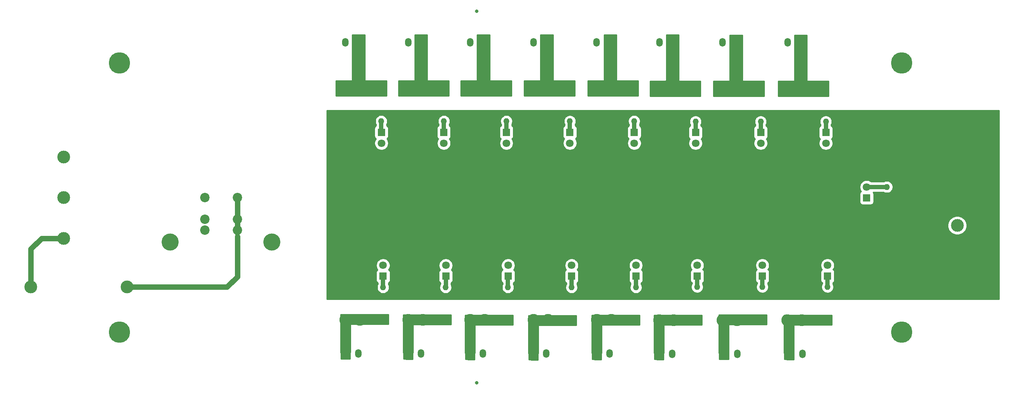
<source format=gbr>
G04 #@! TF.GenerationSoftware,KiCad,Pcbnew,(5.1.5)-3*
G04 #@! TF.CreationDate,2021-01-11T22:53:22-06:00*
G04 #@! TF.ProjectId,Power-Primary,506f7765-722d-4507-9269-6d6172792e6b,rev?*
G04 #@! TF.SameCoordinates,Original*
G04 #@! TF.FileFunction,Copper,L1,Top*
G04 #@! TF.FilePolarity,Positive*
%FSLAX46Y46*%
G04 Gerber Fmt 4.6, Leading zero omitted, Abs format (unit mm)*
G04 Created by KiCad (PCBNEW (5.1.5)-3) date 2021-01-11 22:53:22*
%MOMM*%
%LPD*%
G04 APERTURE LIST*
%ADD10C,4.000000*%
%ADD11C,2.200000*%
%ADD12C,3.000000*%
%ADD13C,5.000000*%
%ADD14O,1.500000X2.020000*%
%ADD15C,0.100000*%
%ADD16O,1.400000X1.400000*%
%ADD17C,1.400000*%
%ADD18C,2.780000*%
%ADD19C,1.800000*%
%ADD20R,1.800000X1.800000*%
%ADD21C,0.800000*%
%ADD22C,1.250000*%
%ADD23C,1.000000*%
%ADD24C,0.254000*%
G04 APERTURE END LIST*
D10*
X74255880Y-103983920D03*
X50515880Y-103983920D03*
D11*
X66195880Y-101183920D03*
X66195880Y-98643920D03*
X58575880Y-101183920D03*
X58575880Y-98643920D03*
X66195880Y-93563920D03*
X58575880Y-93563920D03*
D12*
X25600000Y-84100000D03*
X234600000Y-87100000D03*
X234600000Y-100100000D03*
X25600000Y-103100000D03*
X25600000Y-93600000D03*
D13*
X221600000Y-62100000D03*
X38600000Y-125100000D03*
X38600000Y-62100000D03*
X221600000Y-125100000D03*
D14*
X164995000Y-57265000D03*
G04 #@! TA.AperFunction,ComponentPad*
D15*
G36*
X168519504Y-56256204D02*
G01*
X168543773Y-56259804D01*
X168567571Y-56265765D01*
X168590671Y-56274030D01*
X168612849Y-56284520D01*
X168633893Y-56297133D01*
X168653598Y-56311747D01*
X168671777Y-56328223D01*
X168688253Y-56346402D01*
X168702867Y-56366107D01*
X168715480Y-56387151D01*
X168725970Y-56409329D01*
X168734235Y-56432429D01*
X168740196Y-56456227D01*
X168743796Y-56480496D01*
X168745000Y-56505000D01*
X168745000Y-58025000D01*
X168743796Y-58049504D01*
X168740196Y-58073773D01*
X168734235Y-58097571D01*
X168725970Y-58120671D01*
X168715480Y-58142849D01*
X168702867Y-58163893D01*
X168688253Y-58183598D01*
X168671777Y-58201777D01*
X168653598Y-58218253D01*
X168633893Y-58232867D01*
X168612849Y-58245480D01*
X168590671Y-58255970D01*
X168567571Y-58264235D01*
X168543773Y-58270196D01*
X168519504Y-58273796D01*
X168495000Y-58275000D01*
X167495000Y-58275000D01*
X167470496Y-58273796D01*
X167446227Y-58270196D01*
X167422429Y-58264235D01*
X167399329Y-58255970D01*
X167377151Y-58245480D01*
X167356107Y-58232867D01*
X167336402Y-58218253D01*
X167318223Y-58201777D01*
X167301747Y-58183598D01*
X167287133Y-58163893D01*
X167274520Y-58142849D01*
X167264030Y-58120671D01*
X167255765Y-58097571D01*
X167249804Y-58073773D01*
X167246204Y-58049504D01*
X167245000Y-58025000D01*
X167245000Y-56505000D01*
X167246204Y-56480496D01*
X167249804Y-56456227D01*
X167255765Y-56432429D01*
X167264030Y-56409329D01*
X167274520Y-56387151D01*
X167287133Y-56366107D01*
X167301747Y-56346402D01*
X167318223Y-56328223D01*
X167336402Y-56311747D01*
X167356107Y-56297133D01*
X167377151Y-56284520D01*
X167399329Y-56274030D01*
X167422429Y-56265765D01*
X167446227Y-56259804D01*
X167470496Y-56256204D01*
X167495000Y-56255000D01*
X168495000Y-56255000D01*
X168519504Y-56256204D01*
G37*
G04 #@! TD.AperFunction*
D14*
X179727000Y-57265000D03*
G04 #@! TA.AperFunction,ComponentPad*
D15*
G36*
X183251504Y-56256204D02*
G01*
X183275773Y-56259804D01*
X183299571Y-56265765D01*
X183322671Y-56274030D01*
X183344849Y-56284520D01*
X183365893Y-56297133D01*
X183385598Y-56311747D01*
X183403777Y-56328223D01*
X183420253Y-56346402D01*
X183434867Y-56366107D01*
X183447480Y-56387151D01*
X183457970Y-56409329D01*
X183466235Y-56432429D01*
X183472196Y-56456227D01*
X183475796Y-56480496D01*
X183477000Y-56505000D01*
X183477000Y-58025000D01*
X183475796Y-58049504D01*
X183472196Y-58073773D01*
X183466235Y-58097571D01*
X183457970Y-58120671D01*
X183447480Y-58142849D01*
X183434867Y-58163893D01*
X183420253Y-58183598D01*
X183403777Y-58201777D01*
X183385598Y-58218253D01*
X183365893Y-58232867D01*
X183344849Y-58245480D01*
X183322671Y-58255970D01*
X183299571Y-58264235D01*
X183275773Y-58270196D01*
X183251504Y-58273796D01*
X183227000Y-58275000D01*
X182227000Y-58275000D01*
X182202496Y-58273796D01*
X182178227Y-58270196D01*
X182154429Y-58264235D01*
X182131329Y-58255970D01*
X182109151Y-58245480D01*
X182088107Y-58232867D01*
X182068402Y-58218253D01*
X182050223Y-58201777D01*
X182033747Y-58183598D01*
X182019133Y-58163893D01*
X182006520Y-58142849D01*
X181996030Y-58120671D01*
X181987765Y-58097571D01*
X181981804Y-58073773D01*
X181978204Y-58049504D01*
X181977000Y-58025000D01*
X181977000Y-56505000D01*
X181978204Y-56480496D01*
X181981804Y-56456227D01*
X181987765Y-56432429D01*
X181996030Y-56409329D01*
X182006520Y-56387151D01*
X182019133Y-56366107D01*
X182033747Y-56346402D01*
X182050223Y-56328223D01*
X182068402Y-56311747D01*
X182088107Y-56297133D01*
X182109151Y-56284520D01*
X182131329Y-56274030D01*
X182154429Y-56265765D01*
X182178227Y-56259804D01*
X182202496Y-56256204D01*
X182227000Y-56255000D01*
X183227000Y-56255000D01*
X183251504Y-56256204D01*
G37*
G04 #@! TD.AperFunction*
D14*
X194959000Y-57265000D03*
G04 #@! TA.AperFunction,ComponentPad*
D15*
G36*
X198483504Y-56256204D02*
G01*
X198507773Y-56259804D01*
X198531571Y-56265765D01*
X198554671Y-56274030D01*
X198576849Y-56284520D01*
X198597893Y-56297133D01*
X198617598Y-56311747D01*
X198635777Y-56328223D01*
X198652253Y-56346402D01*
X198666867Y-56366107D01*
X198679480Y-56387151D01*
X198689970Y-56409329D01*
X198698235Y-56432429D01*
X198704196Y-56456227D01*
X198707796Y-56480496D01*
X198709000Y-56505000D01*
X198709000Y-58025000D01*
X198707796Y-58049504D01*
X198704196Y-58073773D01*
X198698235Y-58097571D01*
X198689970Y-58120671D01*
X198679480Y-58142849D01*
X198666867Y-58163893D01*
X198652253Y-58183598D01*
X198635777Y-58201777D01*
X198617598Y-58218253D01*
X198597893Y-58232867D01*
X198576849Y-58245480D01*
X198554671Y-58255970D01*
X198531571Y-58264235D01*
X198507773Y-58270196D01*
X198483504Y-58273796D01*
X198459000Y-58275000D01*
X197459000Y-58275000D01*
X197434496Y-58273796D01*
X197410227Y-58270196D01*
X197386429Y-58264235D01*
X197363329Y-58255970D01*
X197341151Y-58245480D01*
X197320107Y-58232867D01*
X197300402Y-58218253D01*
X197282223Y-58201777D01*
X197265747Y-58183598D01*
X197251133Y-58163893D01*
X197238520Y-58142849D01*
X197228030Y-58120671D01*
X197219765Y-58097571D01*
X197213804Y-58073773D01*
X197210204Y-58049504D01*
X197209000Y-58025000D01*
X197209000Y-56505000D01*
X197210204Y-56480496D01*
X197213804Y-56456227D01*
X197219765Y-56432429D01*
X197228030Y-56409329D01*
X197238520Y-56387151D01*
X197251133Y-56366107D01*
X197265747Y-56346402D01*
X197282223Y-56328223D01*
X197300402Y-56311747D01*
X197320107Y-56297133D01*
X197341151Y-56284520D01*
X197363329Y-56274030D01*
X197386429Y-56265765D01*
X197410227Y-56259804D01*
X197434496Y-56256204D01*
X197459000Y-56255000D01*
X198459000Y-56255000D01*
X198483504Y-56256204D01*
G37*
G04 #@! TD.AperFunction*
D14*
X198375000Y-130116000D03*
G04 #@! TA.AperFunction,ComponentPad*
D15*
G36*
X195899504Y-129107204D02*
G01*
X195923773Y-129110804D01*
X195947571Y-129116765D01*
X195970671Y-129125030D01*
X195992849Y-129135520D01*
X196013893Y-129148133D01*
X196033598Y-129162747D01*
X196051777Y-129179223D01*
X196068253Y-129197402D01*
X196082867Y-129217107D01*
X196095480Y-129238151D01*
X196105970Y-129260329D01*
X196114235Y-129283429D01*
X196120196Y-129307227D01*
X196123796Y-129331496D01*
X196125000Y-129356000D01*
X196125000Y-130876000D01*
X196123796Y-130900504D01*
X196120196Y-130924773D01*
X196114235Y-130948571D01*
X196105970Y-130971671D01*
X196095480Y-130993849D01*
X196082867Y-131014893D01*
X196068253Y-131034598D01*
X196051777Y-131052777D01*
X196033598Y-131069253D01*
X196013893Y-131083867D01*
X195992849Y-131096480D01*
X195970671Y-131106970D01*
X195947571Y-131115235D01*
X195923773Y-131121196D01*
X195899504Y-131124796D01*
X195875000Y-131126000D01*
X194875000Y-131126000D01*
X194850496Y-131124796D01*
X194826227Y-131121196D01*
X194802429Y-131115235D01*
X194779329Y-131106970D01*
X194757151Y-131096480D01*
X194736107Y-131083867D01*
X194716402Y-131069253D01*
X194698223Y-131052777D01*
X194681747Y-131034598D01*
X194667133Y-131014893D01*
X194654520Y-130993849D01*
X194644030Y-130971671D01*
X194635765Y-130948571D01*
X194629804Y-130924773D01*
X194626204Y-130900504D01*
X194625000Y-130876000D01*
X194625000Y-129356000D01*
X194626204Y-129331496D01*
X194629804Y-129307227D01*
X194635765Y-129283429D01*
X194644030Y-129260329D01*
X194654520Y-129238151D01*
X194667133Y-129217107D01*
X194681747Y-129197402D01*
X194698223Y-129179223D01*
X194716402Y-129162747D01*
X194736107Y-129148133D01*
X194757151Y-129135520D01*
X194779329Y-129125030D01*
X194802429Y-129116765D01*
X194826227Y-129110804D01*
X194850496Y-129107204D01*
X194875000Y-129106000D01*
X195875000Y-129106000D01*
X195899504Y-129107204D01*
G37*
G04 #@! TD.AperFunction*
D14*
X183135000Y-130116000D03*
G04 #@! TA.AperFunction,ComponentPad*
D15*
G36*
X180659504Y-129107204D02*
G01*
X180683773Y-129110804D01*
X180707571Y-129116765D01*
X180730671Y-129125030D01*
X180752849Y-129135520D01*
X180773893Y-129148133D01*
X180793598Y-129162747D01*
X180811777Y-129179223D01*
X180828253Y-129197402D01*
X180842867Y-129217107D01*
X180855480Y-129238151D01*
X180865970Y-129260329D01*
X180874235Y-129283429D01*
X180880196Y-129307227D01*
X180883796Y-129331496D01*
X180885000Y-129356000D01*
X180885000Y-130876000D01*
X180883796Y-130900504D01*
X180880196Y-130924773D01*
X180874235Y-130948571D01*
X180865970Y-130971671D01*
X180855480Y-130993849D01*
X180842867Y-131014893D01*
X180828253Y-131034598D01*
X180811777Y-131052777D01*
X180793598Y-131069253D01*
X180773893Y-131083867D01*
X180752849Y-131096480D01*
X180730671Y-131106970D01*
X180707571Y-131115235D01*
X180683773Y-131121196D01*
X180659504Y-131124796D01*
X180635000Y-131126000D01*
X179635000Y-131126000D01*
X179610496Y-131124796D01*
X179586227Y-131121196D01*
X179562429Y-131115235D01*
X179539329Y-131106970D01*
X179517151Y-131096480D01*
X179496107Y-131083867D01*
X179476402Y-131069253D01*
X179458223Y-131052777D01*
X179441747Y-131034598D01*
X179427133Y-131014893D01*
X179414520Y-130993849D01*
X179404030Y-130971671D01*
X179395765Y-130948571D01*
X179389804Y-130924773D01*
X179386204Y-130900504D01*
X179385000Y-130876000D01*
X179385000Y-129356000D01*
X179386204Y-129331496D01*
X179389804Y-129307227D01*
X179395765Y-129283429D01*
X179404030Y-129260329D01*
X179414520Y-129238151D01*
X179427133Y-129217107D01*
X179441747Y-129197402D01*
X179458223Y-129179223D01*
X179476402Y-129162747D01*
X179496107Y-129148133D01*
X179517151Y-129135520D01*
X179539329Y-129125030D01*
X179562429Y-129116765D01*
X179586227Y-129110804D01*
X179610496Y-129107204D01*
X179635000Y-129106000D01*
X180635000Y-129106000D01*
X180659504Y-129107204D01*
G37*
G04 #@! TD.AperFunction*
D14*
X167895000Y-130116000D03*
G04 #@! TA.AperFunction,ComponentPad*
D15*
G36*
X165419504Y-129107204D02*
G01*
X165443773Y-129110804D01*
X165467571Y-129116765D01*
X165490671Y-129125030D01*
X165512849Y-129135520D01*
X165533893Y-129148133D01*
X165553598Y-129162747D01*
X165571777Y-129179223D01*
X165588253Y-129197402D01*
X165602867Y-129217107D01*
X165615480Y-129238151D01*
X165625970Y-129260329D01*
X165634235Y-129283429D01*
X165640196Y-129307227D01*
X165643796Y-129331496D01*
X165645000Y-129356000D01*
X165645000Y-130876000D01*
X165643796Y-130900504D01*
X165640196Y-130924773D01*
X165634235Y-130948571D01*
X165625970Y-130971671D01*
X165615480Y-130993849D01*
X165602867Y-131014893D01*
X165588253Y-131034598D01*
X165571777Y-131052777D01*
X165553598Y-131069253D01*
X165533893Y-131083867D01*
X165512849Y-131096480D01*
X165490671Y-131106970D01*
X165467571Y-131115235D01*
X165443773Y-131121196D01*
X165419504Y-131124796D01*
X165395000Y-131126000D01*
X164395000Y-131126000D01*
X164370496Y-131124796D01*
X164346227Y-131121196D01*
X164322429Y-131115235D01*
X164299329Y-131106970D01*
X164277151Y-131096480D01*
X164256107Y-131083867D01*
X164236402Y-131069253D01*
X164218223Y-131052777D01*
X164201747Y-131034598D01*
X164187133Y-131014893D01*
X164174520Y-130993849D01*
X164164030Y-130971671D01*
X164155765Y-130948571D01*
X164149804Y-130924773D01*
X164146204Y-130900504D01*
X164145000Y-130876000D01*
X164145000Y-129356000D01*
X164146204Y-129331496D01*
X164149804Y-129307227D01*
X164155765Y-129283429D01*
X164164030Y-129260329D01*
X164174520Y-129238151D01*
X164187133Y-129217107D01*
X164201747Y-129197402D01*
X164218223Y-129179223D01*
X164236402Y-129162747D01*
X164256107Y-129148133D01*
X164277151Y-129135520D01*
X164299329Y-129125030D01*
X164322429Y-129116765D01*
X164346227Y-129110804D01*
X164370496Y-129107204D01*
X164395000Y-129106000D01*
X165395000Y-129106000D01*
X165419504Y-129107204D01*
G37*
G04 #@! TD.AperFunction*
D14*
X91473600Y-57265400D03*
G04 #@! TA.AperFunction,ComponentPad*
D15*
G36*
X94998104Y-56256604D02*
G01*
X95022373Y-56260204D01*
X95046171Y-56266165D01*
X95069271Y-56274430D01*
X95091449Y-56284920D01*
X95112493Y-56297533D01*
X95132198Y-56312147D01*
X95150377Y-56328623D01*
X95166853Y-56346802D01*
X95181467Y-56366507D01*
X95194080Y-56387551D01*
X95204570Y-56409729D01*
X95212835Y-56432829D01*
X95218796Y-56456627D01*
X95222396Y-56480896D01*
X95223600Y-56505400D01*
X95223600Y-58025400D01*
X95222396Y-58049904D01*
X95218796Y-58074173D01*
X95212835Y-58097971D01*
X95204570Y-58121071D01*
X95194080Y-58143249D01*
X95181467Y-58164293D01*
X95166853Y-58183998D01*
X95150377Y-58202177D01*
X95132198Y-58218653D01*
X95112493Y-58233267D01*
X95091449Y-58245880D01*
X95069271Y-58256370D01*
X95046171Y-58264635D01*
X95022373Y-58270596D01*
X94998104Y-58274196D01*
X94973600Y-58275400D01*
X93973600Y-58275400D01*
X93949096Y-58274196D01*
X93924827Y-58270596D01*
X93901029Y-58264635D01*
X93877929Y-58256370D01*
X93855751Y-58245880D01*
X93834707Y-58233267D01*
X93815002Y-58218653D01*
X93796823Y-58202177D01*
X93780347Y-58183998D01*
X93765733Y-58164293D01*
X93753120Y-58143249D01*
X93742630Y-58121071D01*
X93734365Y-58097971D01*
X93728404Y-58074173D01*
X93724804Y-58049904D01*
X93723600Y-58025400D01*
X93723600Y-56505400D01*
X93724804Y-56480896D01*
X93728404Y-56456627D01*
X93734365Y-56432829D01*
X93742630Y-56409729D01*
X93753120Y-56387551D01*
X93765733Y-56366507D01*
X93780347Y-56346802D01*
X93796823Y-56328623D01*
X93815002Y-56312147D01*
X93834707Y-56297533D01*
X93855751Y-56284920D01*
X93877929Y-56274430D01*
X93901029Y-56266165D01*
X93924827Y-56260204D01*
X93949096Y-56256604D01*
X93973600Y-56255400D01*
X94973600Y-56255400D01*
X94998104Y-56256604D01*
G37*
G04 #@! TD.AperFunction*
D14*
X106231000Y-57265400D03*
G04 #@! TA.AperFunction,ComponentPad*
D15*
G36*
X109755504Y-56256604D02*
G01*
X109779773Y-56260204D01*
X109803571Y-56266165D01*
X109826671Y-56274430D01*
X109848849Y-56284920D01*
X109869893Y-56297533D01*
X109889598Y-56312147D01*
X109907777Y-56328623D01*
X109924253Y-56346802D01*
X109938867Y-56366507D01*
X109951480Y-56387551D01*
X109961970Y-56409729D01*
X109970235Y-56432829D01*
X109976196Y-56456627D01*
X109979796Y-56480896D01*
X109981000Y-56505400D01*
X109981000Y-58025400D01*
X109979796Y-58049904D01*
X109976196Y-58074173D01*
X109970235Y-58097971D01*
X109961970Y-58121071D01*
X109951480Y-58143249D01*
X109938867Y-58164293D01*
X109924253Y-58183998D01*
X109907777Y-58202177D01*
X109889598Y-58218653D01*
X109869893Y-58233267D01*
X109848849Y-58245880D01*
X109826671Y-58256370D01*
X109803571Y-58264635D01*
X109779773Y-58270596D01*
X109755504Y-58274196D01*
X109731000Y-58275400D01*
X108731000Y-58275400D01*
X108706496Y-58274196D01*
X108682227Y-58270596D01*
X108658429Y-58264635D01*
X108635329Y-58256370D01*
X108613151Y-58245880D01*
X108592107Y-58233267D01*
X108572402Y-58218653D01*
X108554223Y-58202177D01*
X108537747Y-58183998D01*
X108523133Y-58164293D01*
X108510520Y-58143249D01*
X108500030Y-58121071D01*
X108491765Y-58097971D01*
X108485804Y-58074173D01*
X108482204Y-58049904D01*
X108481000Y-58025400D01*
X108481000Y-56505400D01*
X108482204Y-56480896D01*
X108485804Y-56456627D01*
X108491765Y-56432829D01*
X108500030Y-56409729D01*
X108510520Y-56387551D01*
X108523133Y-56366507D01*
X108537747Y-56346802D01*
X108554223Y-56328623D01*
X108572402Y-56312147D01*
X108592107Y-56297533D01*
X108613151Y-56284920D01*
X108635329Y-56274430D01*
X108658429Y-56266165D01*
X108682227Y-56260204D01*
X108706496Y-56256604D01*
X108731000Y-56255400D01*
X109731000Y-56255400D01*
X109755504Y-56256604D01*
G37*
G04 #@! TD.AperFunction*
D14*
X120683600Y-57265400D03*
G04 #@! TA.AperFunction,ComponentPad*
D15*
G36*
X124208104Y-56256604D02*
G01*
X124232373Y-56260204D01*
X124256171Y-56266165D01*
X124279271Y-56274430D01*
X124301449Y-56284920D01*
X124322493Y-56297533D01*
X124342198Y-56312147D01*
X124360377Y-56328623D01*
X124376853Y-56346802D01*
X124391467Y-56366507D01*
X124404080Y-56387551D01*
X124414570Y-56409729D01*
X124422835Y-56432829D01*
X124428796Y-56456627D01*
X124432396Y-56480896D01*
X124433600Y-56505400D01*
X124433600Y-58025400D01*
X124432396Y-58049904D01*
X124428796Y-58074173D01*
X124422835Y-58097971D01*
X124414570Y-58121071D01*
X124404080Y-58143249D01*
X124391467Y-58164293D01*
X124376853Y-58183998D01*
X124360377Y-58202177D01*
X124342198Y-58218653D01*
X124322493Y-58233267D01*
X124301449Y-58245880D01*
X124279271Y-58256370D01*
X124256171Y-58264635D01*
X124232373Y-58270596D01*
X124208104Y-58274196D01*
X124183600Y-58275400D01*
X123183600Y-58275400D01*
X123159096Y-58274196D01*
X123134827Y-58270596D01*
X123111029Y-58264635D01*
X123087929Y-58256370D01*
X123065751Y-58245880D01*
X123044707Y-58233267D01*
X123025002Y-58218653D01*
X123006823Y-58202177D01*
X122990347Y-58183998D01*
X122975733Y-58164293D01*
X122963120Y-58143249D01*
X122952630Y-58121071D01*
X122944365Y-58097971D01*
X122938404Y-58074173D01*
X122934804Y-58049904D01*
X122933600Y-58025400D01*
X122933600Y-56505400D01*
X122934804Y-56480896D01*
X122938404Y-56456627D01*
X122944365Y-56432829D01*
X122952630Y-56409729D01*
X122963120Y-56387551D01*
X122975733Y-56366507D01*
X122990347Y-56346802D01*
X123006823Y-56328623D01*
X123025002Y-56312147D01*
X123044707Y-56297533D01*
X123065751Y-56284920D01*
X123087929Y-56274430D01*
X123111029Y-56266165D01*
X123134827Y-56260204D01*
X123159096Y-56256604D01*
X123183600Y-56255400D01*
X124183600Y-56255400D01*
X124208104Y-56256604D01*
G37*
G04 #@! TD.AperFunction*
D14*
X135517200Y-57265400D03*
G04 #@! TA.AperFunction,ComponentPad*
D15*
G36*
X139041704Y-56256604D02*
G01*
X139065973Y-56260204D01*
X139089771Y-56266165D01*
X139112871Y-56274430D01*
X139135049Y-56284920D01*
X139156093Y-56297533D01*
X139175798Y-56312147D01*
X139193977Y-56328623D01*
X139210453Y-56346802D01*
X139225067Y-56366507D01*
X139237680Y-56387551D01*
X139248170Y-56409729D01*
X139256435Y-56432829D01*
X139262396Y-56456627D01*
X139265996Y-56480896D01*
X139267200Y-56505400D01*
X139267200Y-58025400D01*
X139265996Y-58049904D01*
X139262396Y-58074173D01*
X139256435Y-58097971D01*
X139248170Y-58121071D01*
X139237680Y-58143249D01*
X139225067Y-58164293D01*
X139210453Y-58183998D01*
X139193977Y-58202177D01*
X139175798Y-58218653D01*
X139156093Y-58233267D01*
X139135049Y-58245880D01*
X139112871Y-58256370D01*
X139089771Y-58264635D01*
X139065973Y-58270596D01*
X139041704Y-58274196D01*
X139017200Y-58275400D01*
X138017200Y-58275400D01*
X137992696Y-58274196D01*
X137968427Y-58270596D01*
X137944629Y-58264635D01*
X137921529Y-58256370D01*
X137899351Y-58245880D01*
X137878307Y-58233267D01*
X137858602Y-58218653D01*
X137840423Y-58202177D01*
X137823947Y-58183998D01*
X137809333Y-58164293D01*
X137796720Y-58143249D01*
X137786230Y-58121071D01*
X137777965Y-58097971D01*
X137772004Y-58074173D01*
X137768404Y-58049904D01*
X137767200Y-58025400D01*
X137767200Y-56505400D01*
X137768404Y-56480896D01*
X137772004Y-56456627D01*
X137777965Y-56432829D01*
X137786230Y-56409729D01*
X137796720Y-56387551D01*
X137809333Y-56366507D01*
X137823947Y-56346802D01*
X137840423Y-56328623D01*
X137858602Y-56312147D01*
X137878307Y-56297533D01*
X137899351Y-56284920D01*
X137921529Y-56274430D01*
X137944629Y-56266165D01*
X137968427Y-56260204D01*
X137992696Y-56256604D01*
X138017200Y-56255400D01*
X139017200Y-56255400D01*
X139041704Y-56256604D01*
G37*
G04 #@! TD.AperFunction*
D14*
X150249200Y-57265400D03*
G04 #@! TA.AperFunction,ComponentPad*
D15*
G36*
X153773704Y-56256604D02*
G01*
X153797973Y-56260204D01*
X153821771Y-56266165D01*
X153844871Y-56274430D01*
X153867049Y-56284920D01*
X153888093Y-56297533D01*
X153907798Y-56312147D01*
X153925977Y-56328623D01*
X153942453Y-56346802D01*
X153957067Y-56366507D01*
X153969680Y-56387551D01*
X153980170Y-56409729D01*
X153988435Y-56432829D01*
X153994396Y-56456627D01*
X153997996Y-56480896D01*
X153999200Y-56505400D01*
X153999200Y-58025400D01*
X153997996Y-58049904D01*
X153994396Y-58074173D01*
X153988435Y-58097971D01*
X153980170Y-58121071D01*
X153969680Y-58143249D01*
X153957067Y-58164293D01*
X153942453Y-58183998D01*
X153925977Y-58202177D01*
X153907798Y-58218653D01*
X153888093Y-58233267D01*
X153867049Y-58245880D01*
X153844871Y-58256370D01*
X153821771Y-58264635D01*
X153797973Y-58270596D01*
X153773704Y-58274196D01*
X153749200Y-58275400D01*
X152749200Y-58275400D01*
X152724696Y-58274196D01*
X152700427Y-58270596D01*
X152676629Y-58264635D01*
X152653529Y-58256370D01*
X152631351Y-58245880D01*
X152610307Y-58233267D01*
X152590602Y-58218653D01*
X152572423Y-58202177D01*
X152555947Y-58183998D01*
X152541333Y-58164293D01*
X152528720Y-58143249D01*
X152518230Y-58121071D01*
X152509965Y-58097971D01*
X152504004Y-58074173D01*
X152500404Y-58049904D01*
X152499200Y-58025400D01*
X152499200Y-56505400D01*
X152500404Y-56480896D01*
X152504004Y-56456627D01*
X152509965Y-56432829D01*
X152518230Y-56409729D01*
X152528720Y-56387551D01*
X152541333Y-56366507D01*
X152555947Y-56346802D01*
X152572423Y-56328623D01*
X152590602Y-56312147D01*
X152610307Y-56297533D01*
X152631351Y-56284920D01*
X152653529Y-56274430D01*
X152676629Y-56266165D01*
X152700427Y-56260204D01*
X152724696Y-56256604D01*
X152749200Y-56255400D01*
X153749200Y-56255400D01*
X153773704Y-56256604D01*
G37*
G04 #@! TD.AperFunction*
D14*
X153296400Y-130091000D03*
G04 #@! TA.AperFunction,ComponentPad*
D15*
G36*
X150820904Y-129082204D02*
G01*
X150845173Y-129085804D01*
X150868971Y-129091765D01*
X150892071Y-129100030D01*
X150914249Y-129110520D01*
X150935293Y-129123133D01*
X150954998Y-129137747D01*
X150973177Y-129154223D01*
X150989653Y-129172402D01*
X151004267Y-129192107D01*
X151016880Y-129213151D01*
X151027370Y-129235329D01*
X151035635Y-129258429D01*
X151041596Y-129282227D01*
X151045196Y-129306496D01*
X151046400Y-129331000D01*
X151046400Y-130851000D01*
X151045196Y-130875504D01*
X151041596Y-130899773D01*
X151035635Y-130923571D01*
X151027370Y-130946671D01*
X151016880Y-130968849D01*
X151004267Y-130989893D01*
X150989653Y-131009598D01*
X150973177Y-131027777D01*
X150954998Y-131044253D01*
X150935293Y-131058867D01*
X150914249Y-131071480D01*
X150892071Y-131081970D01*
X150868971Y-131090235D01*
X150845173Y-131096196D01*
X150820904Y-131099796D01*
X150796400Y-131101000D01*
X149796400Y-131101000D01*
X149771896Y-131099796D01*
X149747627Y-131096196D01*
X149723829Y-131090235D01*
X149700729Y-131081970D01*
X149678551Y-131071480D01*
X149657507Y-131058867D01*
X149637802Y-131044253D01*
X149619623Y-131027777D01*
X149603147Y-131009598D01*
X149588533Y-130989893D01*
X149575920Y-130968849D01*
X149565430Y-130946671D01*
X149557165Y-130923571D01*
X149551204Y-130899773D01*
X149547604Y-130875504D01*
X149546400Y-130851000D01*
X149546400Y-129331000D01*
X149547604Y-129306496D01*
X149551204Y-129282227D01*
X149557165Y-129258429D01*
X149565430Y-129235329D01*
X149575920Y-129213151D01*
X149588533Y-129192107D01*
X149603147Y-129172402D01*
X149619623Y-129154223D01*
X149637802Y-129137747D01*
X149657507Y-129123133D01*
X149678551Y-129110520D01*
X149700729Y-129100030D01*
X149723829Y-129091765D01*
X149747627Y-129085804D01*
X149771896Y-129082204D01*
X149796400Y-129081000D01*
X150796400Y-129081000D01*
X150820904Y-129082204D01*
G37*
G04 #@! TD.AperFunction*
D14*
X138437400Y-130091000D03*
G04 #@! TA.AperFunction,ComponentPad*
D15*
G36*
X135961904Y-129082204D02*
G01*
X135986173Y-129085804D01*
X136009971Y-129091765D01*
X136033071Y-129100030D01*
X136055249Y-129110520D01*
X136076293Y-129123133D01*
X136095998Y-129137747D01*
X136114177Y-129154223D01*
X136130653Y-129172402D01*
X136145267Y-129192107D01*
X136157880Y-129213151D01*
X136168370Y-129235329D01*
X136176635Y-129258429D01*
X136182596Y-129282227D01*
X136186196Y-129306496D01*
X136187400Y-129331000D01*
X136187400Y-130851000D01*
X136186196Y-130875504D01*
X136182596Y-130899773D01*
X136176635Y-130923571D01*
X136168370Y-130946671D01*
X136157880Y-130968849D01*
X136145267Y-130989893D01*
X136130653Y-131009598D01*
X136114177Y-131027777D01*
X136095998Y-131044253D01*
X136076293Y-131058867D01*
X136055249Y-131071480D01*
X136033071Y-131081970D01*
X136009971Y-131090235D01*
X135986173Y-131096196D01*
X135961904Y-131099796D01*
X135937400Y-131101000D01*
X134937400Y-131101000D01*
X134912896Y-131099796D01*
X134888627Y-131096196D01*
X134864829Y-131090235D01*
X134841729Y-131081970D01*
X134819551Y-131071480D01*
X134798507Y-131058867D01*
X134778802Y-131044253D01*
X134760623Y-131027777D01*
X134744147Y-131009598D01*
X134729533Y-130989893D01*
X134716920Y-130968849D01*
X134706430Y-130946671D01*
X134698165Y-130923571D01*
X134692204Y-130899773D01*
X134688604Y-130875504D01*
X134687400Y-130851000D01*
X134687400Y-129331000D01*
X134688604Y-129306496D01*
X134692204Y-129282227D01*
X134698165Y-129258429D01*
X134706430Y-129235329D01*
X134716920Y-129213151D01*
X134729533Y-129192107D01*
X134744147Y-129172402D01*
X134760623Y-129154223D01*
X134778802Y-129137747D01*
X134798507Y-129123133D01*
X134819551Y-129110520D01*
X134841729Y-129100030D01*
X134864829Y-129091765D01*
X134888627Y-129085804D01*
X134912896Y-129082204D01*
X134937400Y-129081000D01*
X135937400Y-129081000D01*
X135961904Y-129082204D01*
G37*
G04 #@! TD.AperFunction*
D14*
X123654600Y-130091000D03*
G04 #@! TA.AperFunction,ComponentPad*
D15*
G36*
X121179104Y-129082204D02*
G01*
X121203373Y-129085804D01*
X121227171Y-129091765D01*
X121250271Y-129100030D01*
X121272449Y-129110520D01*
X121293493Y-129123133D01*
X121313198Y-129137747D01*
X121331377Y-129154223D01*
X121347853Y-129172402D01*
X121362467Y-129192107D01*
X121375080Y-129213151D01*
X121385570Y-129235329D01*
X121393835Y-129258429D01*
X121399796Y-129282227D01*
X121403396Y-129306496D01*
X121404600Y-129331000D01*
X121404600Y-130851000D01*
X121403396Y-130875504D01*
X121399796Y-130899773D01*
X121393835Y-130923571D01*
X121385570Y-130946671D01*
X121375080Y-130968849D01*
X121362467Y-130989893D01*
X121347853Y-131009598D01*
X121331377Y-131027777D01*
X121313198Y-131044253D01*
X121293493Y-131058867D01*
X121272449Y-131071480D01*
X121250271Y-131081970D01*
X121227171Y-131090235D01*
X121203373Y-131096196D01*
X121179104Y-131099796D01*
X121154600Y-131101000D01*
X120154600Y-131101000D01*
X120130096Y-131099796D01*
X120105827Y-131096196D01*
X120082029Y-131090235D01*
X120058929Y-131081970D01*
X120036751Y-131071480D01*
X120015707Y-131058867D01*
X119996002Y-131044253D01*
X119977823Y-131027777D01*
X119961347Y-131009598D01*
X119946733Y-130989893D01*
X119934120Y-130968849D01*
X119923630Y-130946671D01*
X119915365Y-130923571D01*
X119909404Y-130899773D01*
X119905804Y-130875504D01*
X119904600Y-130851000D01*
X119904600Y-129331000D01*
X119905804Y-129306496D01*
X119909404Y-129282227D01*
X119915365Y-129258429D01*
X119923630Y-129235329D01*
X119934120Y-129213151D01*
X119946733Y-129192107D01*
X119961347Y-129172402D01*
X119977823Y-129154223D01*
X119996002Y-129137747D01*
X120015707Y-129123133D01*
X120036751Y-129110520D01*
X120058929Y-129100030D01*
X120082029Y-129091765D01*
X120105827Y-129085804D01*
X120130096Y-129082204D01*
X120154600Y-129081000D01*
X121154600Y-129081000D01*
X121179104Y-129082204D01*
G37*
G04 #@! TD.AperFunction*
D14*
X109202000Y-130091000D03*
G04 #@! TA.AperFunction,ComponentPad*
D15*
G36*
X106726504Y-129082204D02*
G01*
X106750773Y-129085804D01*
X106774571Y-129091765D01*
X106797671Y-129100030D01*
X106819849Y-129110520D01*
X106840893Y-129123133D01*
X106860598Y-129137747D01*
X106878777Y-129154223D01*
X106895253Y-129172402D01*
X106909867Y-129192107D01*
X106922480Y-129213151D01*
X106932970Y-129235329D01*
X106941235Y-129258429D01*
X106947196Y-129282227D01*
X106950796Y-129306496D01*
X106952000Y-129331000D01*
X106952000Y-130851000D01*
X106950796Y-130875504D01*
X106947196Y-130899773D01*
X106941235Y-130923571D01*
X106932970Y-130946671D01*
X106922480Y-130968849D01*
X106909867Y-130989893D01*
X106895253Y-131009598D01*
X106878777Y-131027777D01*
X106860598Y-131044253D01*
X106840893Y-131058867D01*
X106819849Y-131071480D01*
X106797671Y-131081970D01*
X106774571Y-131090235D01*
X106750773Y-131096196D01*
X106726504Y-131099796D01*
X106702000Y-131101000D01*
X105702000Y-131101000D01*
X105677496Y-131099796D01*
X105653227Y-131096196D01*
X105629429Y-131090235D01*
X105606329Y-131081970D01*
X105584151Y-131071480D01*
X105563107Y-131058867D01*
X105543402Y-131044253D01*
X105525223Y-131027777D01*
X105508747Y-131009598D01*
X105494133Y-130989893D01*
X105481520Y-130968849D01*
X105471030Y-130946671D01*
X105462765Y-130923571D01*
X105456804Y-130899773D01*
X105453204Y-130875504D01*
X105452000Y-130851000D01*
X105452000Y-129331000D01*
X105453204Y-129306496D01*
X105456804Y-129282227D01*
X105462765Y-129258429D01*
X105471030Y-129235329D01*
X105481520Y-129213151D01*
X105494133Y-129192107D01*
X105508747Y-129172402D01*
X105525223Y-129154223D01*
X105543402Y-129137747D01*
X105563107Y-129123133D01*
X105584151Y-129110520D01*
X105606329Y-129100030D01*
X105629429Y-129091765D01*
X105653227Y-129085804D01*
X105677496Y-129082204D01*
X105702000Y-129081000D01*
X106702000Y-129081000D01*
X106726504Y-129082204D01*
G37*
G04 #@! TD.AperFunction*
D14*
X94520800Y-130091000D03*
G04 #@! TA.AperFunction,ComponentPad*
D15*
G36*
X92045304Y-129082204D02*
G01*
X92069573Y-129085804D01*
X92093371Y-129091765D01*
X92116471Y-129100030D01*
X92138649Y-129110520D01*
X92159693Y-129123133D01*
X92179398Y-129137747D01*
X92197577Y-129154223D01*
X92214053Y-129172402D01*
X92228667Y-129192107D01*
X92241280Y-129213151D01*
X92251770Y-129235329D01*
X92260035Y-129258429D01*
X92265996Y-129282227D01*
X92269596Y-129306496D01*
X92270800Y-129331000D01*
X92270800Y-130851000D01*
X92269596Y-130875504D01*
X92265996Y-130899773D01*
X92260035Y-130923571D01*
X92251770Y-130946671D01*
X92241280Y-130968849D01*
X92228667Y-130989893D01*
X92214053Y-131009598D01*
X92197577Y-131027777D01*
X92179398Y-131044253D01*
X92159693Y-131058867D01*
X92138649Y-131071480D01*
X92116471Y-131081970D01*
X92093371Y-131090235D01*
X92069573Y-131096196D01*
X92045304Y-131099796D01*
X92020800Y-131101000D01*
X91020800Y-131101000D01*
X90996296Y-131099796D01*
X90972027Y-131096196D01*
X90948229Y-131090235D01*
X90925129Y-131081970D01*
X90902951Y-131071480D01*
X90881907Y-131058867D01*
X90862202Y-131044253D01*
X90844023Y-131027777D01*
X90827547Y-131009598D01*
X90812933Y-130989893D01*
X90800320Y-130968849D01*
X90789830Y-130946671D01*
X90781565Y-130923571D01*
X90775604Y-130899773D01*
X90772004Y-130875504D01*
X90770800Y-130851000D01*
X90770800Y-129331000D01*
X90772004Y-129306496D01*
X90775604Y-129282227D01*
X90781565Y-129258429D01*
X90789830Y-129235329D01*
X90800320Y-129213151D01*
X90812933Y-129192107D01*
X90827547Y-129172402D01*
X90844023Y-129154223D01*
X90862202Y-129137747D01*
X90881907Y-129123133D01*
X90902951Y-129110520D01*
X90925129Y-129100030D01*
X90948229Y-129091765D01*
X90972027Y-129085804D01*
X90996296Y-129082204D01*
X91020800Y-129081000D01*
X92020800Y-129081000D01*
X92045304Y-129082204D01*
G37*
G04 #@! TD.AperFunction*
D16*
X173385000Y-75805400D03*
D17*
X173385000Y-68085400D03*
D16*
X188625000Y-75805400D03*
D17*
X188625000Y-68085400D03*
D16*
X203865000Y-75805400D03*
D17*
X203865000Y-68085400D03*
D16*
X204265000Y-114495000D03*
D17*
X204265000Y-122115000D03*
D16*
X189025000Y-114495000D03*
D17*
X189025000Y-122115000D03*
D16*
X173785000Y-114495000D03*
D17*
X173785000Y-122115000D03*
D18*
X167895000Y-68071400D03*
X164495000Y-68071400D03*
X167895000Y-77991400D03*
X164495000Y-77991400D03*
X182677600Y-68071400D03*
X179277600Y-68071400D03*
X182677600Y-77991400D03*
X179277600Y-77991400D03*
X197875000Y-68071400D03*
X194475000Y-68071400D03*
X197875000Y-77991400D03*
X194475000Y-77991400D03*
X194875000Y-122311400D03*
X198275000Y-122311400D03*
X194875000Y-112391400D03*
X198275000Y-112391400D03*
X179677600Y-122311400D03*
X183077600Y-122311400D03*
X179677600Y-112391400D03*
X183077600Y-112391400D03*
X168295000Y-112391400D03*
X164895000Y-112391400D03*
X168295000Y-122311400D03*
X164895000Y-122311400D03*
D19*
X173385000Y-80861600D03*
D20*
X173385000Y-78321600D03*
D19*
X188625000Y-80861600D03*
D20*
X188625000Y-78321600D03*
D19*
X203865000Y-80861600D03*
D20*
X203865000Y-78321600D03*
D19*
X204265000Y-109415000D03*
D20*
X204265000Y-111955000D03*
D19*
X189025000Y-109415000D03*
D20*
X189025000Y-111955000D03*
D19*
X173785000Y-109415000D03*
D20*
X173785000Y-111955000D03*
D16*
X100309200Y-114597000D03*
D17*
X100309200Y-122217000D03*
X114939600Y-122217000D03*
D16*
X114939600Y-114597000D03*
X129519200Y-114597000D03*
D17*
X129519200Y-122217000D03*
X144403600Y-122217000D03*
D16*
X144403600Y-114597000D03*
X159440400Y-114597000D03*
D17*
X159440400Y-122217000D03*
D16*
X159040400Y-75680400D03*
D17*
X159040400Y-68060400D03*
X144003600Y-68085800D03*
D16*
X144003600Y-75705800D03*
X129170000Y-75680400D03*
D17*
X129170000Y-68060400D03*
X114539600Y-68060400D03*
D16*
X114539600Y-75680400D03*
X99883800Y-75680400D03*
D17*
X99883800Y-68060400D03*
D18*
X123654600Y-68046400D03*
X120254600Y-68046400D03*
X123654600Y-77966400D03*
X120254600Y-77966400D03*
X109227400Y-68046400D03*
X105827400Y-68046400D03*
X109227400Y-77966400D03*
X105827400Y-77966400D03*
D20*
X99909200Y-78296600D03*
D19*
X99909200Y-80836600D03*
X100309200Y-109440800D03*
D20*
X100309200Y-111980800D03*
X114965000Y-111980800D03*
D19*
X114965000Y-109440800D03*
D20*
X129544600Y-111980800D03*
D19*
X129544600Y-109440800D03*
X144403600Y-109440800D03*
D20*
X144403600Y-111980800D03*
X159440400Y-111980800D03*
D19*
X159440400Y-109440800D03*
D20*
X159065800Y-78296600D03*
D19*
X159065800Y-80836600D03*
X144003600Y-80836600D03*
D20*
X144003600Y-78296600D03*
X129144600Y-78296600D03*
D19*
X129144600Y-80836600D03*
D20*
X114514200Y-78296600D03*
D19*
X114514200Y-80836600D03*
D18*
X94895400Y-112298300D03*
X91495400Y-112298300D03*
X94895400Y-122218300D03*
X91495400Y-122218300D03*
X109627400Y-112298300D03*
X106227400Y-112298300D03*
X109627400Y-122218300D03*
X106227400Y-122218300D03*
X120654600Y-122218300D03*
X124054600Y-122218300D03*
X120654600Y-112298300D03*
X124054600Y-112298300D03*
X138888400Y-112298300D03*
X135488400Y-112298300D03*
X138888400Y-122218300D03*
X135488400Y-122218300D03*
X153671000Y-112298300D03*
X150271000Y-112298300D03*
X153671000Y-122218300D03*
X150271000Y-122218300D03*
X153271000Y-68046400D03*
X149871000Y-68046400D03*
X153271000Y-77966400D03*
X149871000Y-77966400D03*
X138488400Y-68046400D03*
X135088400Y-68046400D03*
X138488400Y-77966400D03*
X135088400Y-77966400D03*
X94495400Y-68046400D03*
X91095400Y-68046400D03*
X94495400Y-77966400D03*
X91095400Y-77966400D03*
D20*
X213411400Y-93646600D03*
D19*
X213411400Y-91106600D03*
D17*
X218110400Y-98701200D03*
D16*
X218110400Y-91081200D03*
D12*
X17900000Y-114500000D03*
X40400000Y-114500000D03*
D21*
X122210400Y-49950200D03*
X122178600Y-136949000D03*
D22*
X26185600Y-102514400D02*
X25600000Y-103100000D01*
X25600000Y-103100000D02*
X20400000Y-103100000D01*
X17900000Y-105600000D02*
X17900000Y-114500000D01*
X20400000Y-103100000D02*
X17900000Y-105600000D01*
X66195880Y-93563920D02*
X66195880Y-98643920D01*
X66195880Y-98643920D02*
X66195880Y-101183920D01*
D23*
X66195880Y-102739554D02*
X66200000Y-102743674D01*
X66195880Y-101183920D02*
X66195880Y-102739554D01*
D22*
X66200000Y-110300000D02*
X66200000Y-102743674D01*
X40400000Y-114500000D02*
X63800000Y-114500000D01*
X66200000Y-112100000D02*
X66200000Y-110300000D01*
X63800000Y-114500000D02*
X66200000Y-112100000D01*
D23*
X222998800Y-98701200D02*
X234600000Y-87100000D01*
X218110400Y-98701200D02*
X222998800Y-98701200D01*
X100309200Y-114597000D02*
X100309200Y-111980800D01*
X114965000Y-114571600D02*
X114939600Y-114597000D01*
X114965000Y-111980800D02*
X114965000Y-114571600D01*
X129519200Y-112006200D02*
X129544600Y-111980800D01*
X129519200Y-114597000D02*
X129519200Y-112006200D01*
X144403600Y-114597000D02*
X144403600Y-111980800D01*
X159440400Y-112006200D02*
X159440400Y-114597000D01*
X159040400Y-78271200D02*
X159065800Y-78296600D01*
X159040400Y-75680400D02*
X159040400Y-78271200D01*
X144003600Y-78322000D02*
X144003600Y-75705800D01*
X129170000Y-78271200D02*
X129144600Y-78296600D01*
X129170000Y-75680400D02*
X129170000Y-78271200D01*
X114539600Y-78271200D02*
X114514200Y-78296600D01*
X114539600Y-75680400D02*
X114539600Y-78271200D01*
X99883800Y-78271200D02*
X99909200Y-78296600D01*
X99883800Y-75680400D02*
X99883800Y-78271200D01*
X173785000Y-111955000D02*
X173785000Y-114495000D01*
X100307900Y-122218300D02*
X100309200Y-122217000D01*
X91490320Y-130060520D02*
X91520800Y-130091000D01*
D22*
X91495400Y-130065600D02*
X91520800Y-130091000D01*
D23*
X114938300Y-122218300D02*
X114939600Y-122217000D01*
D22*
X106227400Y-129989400D02*
X106202000Y-130014800D01*
X106227400Y-130065600D02*
X106202000Y-130091000D01*
D23*
X106171520Y-130060520D02*
X106202000Y-130091000D01*
X129517900Y-122218300D02*
X129519200Y-122217000D01*
X120624120Y-130060520D02*
X120654600Y-130091000D01*
D22*
X135488400Y-129938400D02*
X135437400Y-129989400D01*
D23*
X144402300Y-122218300D02*
X144403600Y-122217000D01*
D22*
X135488400Y-130040000D02*
X135437400Y-130091000D01*
D23*
X135361200Y-130014800D02*
X135437400Y-130091000D01*
X135406920Y-130060520D02*
X135437400Y-130091000D01*
D22*
X150271000Y-130116400D02*
X150296400Y-130141800D01*
D23*
X153672300Y-122217000D02*
X153671000Y-122218300D01*
D22*
X150271000Y-130065600D02*
X150296400Y-130091000D01*
D23*
X150265920Y-130060520D02*
X150296400Y-130091000D01*
X159026400Y-68046400D02*
X159040400Y-68060400D01*
D22*
X153249200Y-68024600D02*
X153271000Y-68046400D01*
X153271000Y-57287200D02*
X153249200Y-57265400D01*
D23*
X153274600Y-57290800D02*
X153249200Y-57265400D01*
X138527800Y-68085800D02*
X138488400Y-68046400D01*
D22*
X138542600Y-67992200D02*
X138488400Y-68046400D01*
X138488400Y-57294200D02*
X138517200Y-57265400D01*
D23*
X138542600Y-57290800D02*
X138517200Y-57265400D01*
X129156000Y-68046400D02*
X129170000Y-68060400D01*
D22*
X123683600Y-68017400D02*
X123654600Y-68046400D01*
X123654600Y-57294400D02*
X123683600Y-57265400D01*
D23*
X123709000Y-57290800D02*
X123683600Y-57265400D01*
X114525600Y-68046400D02*
X114539600Y-68060400D01*
D22*
X109231000Y-68042800D02*
X109227400Y-68046400D01*
X109227400Y-57269000D02*
X109231000Y-57265400D01*
D23*
X109256400Y-57290800D02*
X109231000Y-57265400D01*
X94509400Y-68060400D02*
X94495400Y-68046400D01*
D22*
X94473600Y-68024600D02*
X94495400Y-68046400D01*
D23*
X189025000Y-111955000D02*
X189025000Y-114495000D01*
X204265000Y-114495000D02*
X204265000Y-111955000D01*
X203865000Y-75805400D02*
X203865000Y-78321600D01*
X188625000Y-78321600D02*
X188625000Y-75805400D01*
X173385000Y-75805400D02*
X173385000Y-78321600D01*
X218085000Y-91106600D02*
X218110400Y-91081200D01*
X213411400Y-91106600D02*
X218085000Y-91106600D01*
D22*
X198515000Y-67931400D02*
X198375000Y-68071400D01*
D23*
X203851000Y-68071400D02*
X203865000Y-68085400D01*
D22*
X197875000Y-57349000D02*
X197959000Y-57265000D01*
X183235000Y-68595000D02*
X183135000Y-68695000D01*
X182677600Y-57314400D02*
X182727000Y-57265000D01*
D23*
X188611000Y-68071400D02*
X188625000Y-68085400D01*
D22*
X167995000Y-68595000D02*
X167895000Y-68695000D01*
X167995000Y-67971400D02*
X167895000Y-68071400D01*
D23*
X173371000Y-68071400D02*
X173385000Y-68085400D01*
D24*
G36*
X96023000Y-66130000D02*
G01*
X96025440Y-66154776D01*
X96032667Y-66178601D01*
X96044403Y-66200557D01*
X96060197Y-66219803D01*
X96079443Y-66235597D01*
X96101399Y-66247333D01*
X96125224Y-66254560D01*
X96150000Y-66257000D01*
X101103000Y-66257000D01*
X101103000Y-69813000D01*
X89292000Y-69813000D01*
X89292000Y-66257000D01*
X92975000Y-66257000D01*
X92999776Y-66254560D01*
X93023601Y-66247333D01*
X93045557Y-66235597D01*
X93064803Y-66219803D01*
X93080597Y-66200557D01*
X93092333Y-66178601D01*
X93099560Y-66154776D01*
X93102000Y-66130000D01*
X93102000Y-55462000D01*
X96023000Y-55462000D01*
X96023000Y-66130000D01*
G37*
X96023000Y-66130000D02*
X96025440Y-66154776D01*
X96032667Y-66178601D01*
X96044403Y-66200557D01*
X96060197Y-66219803D01*
X96079443Y-66235597D01*
X96101399Y-66247333D01*
X96125224Y-66254560D01*
X96150000Y-66257000D01*
X101103000Y-66257000D01*
X101103000Y-69813000D01*
X89292000Y-69813000D01*
X89292000Y-66257000D01*
X92975000Y-66257000D01*
X92999776Y-66254560D01*
X93023601Y-66247333D01*
X93045557Y-66235597D01*
X93064803Y-66219803D01*
X93080597Y-66200557D01*
X93092333Y-66178601D01*
X93099560Y-66154776D01*
X93102000Y-66130000D01*
X93102000Y-55462000D01*
X96023000Y-55462000D01*
X96023000Y-66130000D01*
G36*
X101503000Y-123233000D02*
G01*
X92740000Y-123233000D01*
X92715224Y-123235440D01*
X92691399Y-123242667D01*
X92669443Y-123254403D01*
X92650197Y-123270197D01*
X92634403Y-123289443D01*
X92622667Y-123311399D01*
X92615440Y-123335224D01*
X92613000Y-123360000D01*
X92613000Y-128438699D01*
X92552119Y-131361000D01*
X91346838Y-131361000D01*
X90418492Y-131304737D01*
X90327000Y-128437986D01*
X90327000Y-120947000D01*
X101503000Y-120947000D01*
X101503000Y-123233000D01*
G37*
X101503000Y-123233000D02*
X92740000Y-123233000D01*
X92715224Y-123235440D01*
X92691399Y-123242667D01*
X92669443Y-123254403D01*
X92650197Y-123270197D01*
X92634403Y-123289443D01*
X92622667Y-123311399D01*
X92615440Y-123335224D01*
X92613000Y-123360000D01*
X92613000Y-128438699D01*
X92552119Y-131361000D01*
X91346838Y-131361000D01*
X90418492Y-131304737D01*
X90327000Y-128437986D01*
X90327000Y-120947000D01*
X101503000Y-120947000D01*
X101503000Y-123233000D01*
G36*
X110628000Y-66130000D02*
G01*
X110630440Y-66154776D01*
X110637667Y-66178601D01*
X110649403Y-66200557D01*
X110665197Y-66219803D01*
X110684443Y-66235597D01*
X110706399Y-66247333D01*
X110730224Y-66254560D01*
X110755000Y-66257000D01*
X115708000Y-66257000D01*
X115708000Y-69813000D01*
X103897000Y-69813000D01*
X103897000Y-66257000D01*
X107580000Y-66257000D01*
X107604776Y-66254560D01*
X107628601Y-66247333D01*
X107650557Y-66235597D01*
X107669803Y-66219803D01*
X107685597Y-66200557D01*
X107697333Y-66178601D01*
X107704560Y-66154776D01*
X107707000Y-66130000D01*
X107707000Y-57608109D01*
X107708000Y-57597956D01*
X107708000Y-56932845D01*
X107707000Y-56922692D01*
X107707000Y-55462000D01*
X110628000Y-55462000D01*
X110628000Y-66130000D01*
G37*
X110628000Y-66130000D02*
X110630440Y-66154776D01*
X110637667Y-66178601D01*
X110649403Y-66200557D01*
X110665197Y-66219803D01*
X110684443Y-66235597D01*
X110706399Y-66247333D01*
X110730224Y-66254560D01*
X110755000Y-66257000D01*
X115708000Y-66257000D01*
X115708000Y-69813000D01*
X103897000Y-69813000D01*
X103897000Y-66257000D01*
X107580000Y-66257000D01*
X107604776Y-66254560D01*
X107628601Y-66247333D01*
X107650557Y-66235597D01*
X107669803Y-66219803D01*
X107685597Y-66200557D01*
X107697333Y-66178601D01*
X107704560Y-66154776D01*
X107707000Y-66130000D01*
X107707000Y-57608109D01*
X107708000Y-57597956D01*
X107708000Y-56932845D01*
X107707000Y-56922692D01*
X107707000Y-55462000D01*
X110628000Y-55462000D01*
X110628000Y-66130000D01*
G36*
X125233000Y-66130000D02*
G01*
X125235440Y-66154776D01*
X125242667Y-66178601D01*
X125254403Y-66200557D01*
X125270197Y-66219803D01*
X125289443Y-66235597D01*
X125311399Y-66247333D01*
X125335224Y-66254560D01*
X125360000Y-66257000D01*
X130313000Y-66257000D01*
X130313000Y-69813000D01*
X118502000Y-69813000D01*
X118502000Y-66257000D01*
X122185000Y-66257000D01*
X122209776Y-66254560D01*
X122233601Y-66247333D01*
X122255557Y-66235597D01*
X122274803Y-66219803D01*
X122290597Y-66200557D01*
X122302333Y-66178601D01*
X122309560Y-66154776D01*
X122312000Y-66130000D01*
X122312000Y-55462000D01*
X125233000Y-55462000D01*
X125233000Y-66130000D01*
G37*
X125233000Y-66130000D02*
X125235440Y-66154776D01*
X125242667Y-66178601D01*
X125254403Y-66200557D01*
X125270197Y-66219803D01*
X125289443Y-66235597D01*
X125311399Y-66247333D01*
X125335224Y-66254560D01*
X125360000Y-66257000D01*
X130313000Y-66257000D01*
X130313000Y-69813000D01*
X118502000Y-69813000D01*
X118502000Y-66257000D01*
X122185000Y-66257000D01*
X122209776Y-66254560D01*
X122233601Y-66247333D01*
X122255557Y-66235597D01*
X122274803Y-66219803D01*
X122290597Y-66200557D01*
X122302333Y-66178601D01*
X122309560Y-66154776D01*
X122312000Y-66130000D01*
X122312000Y-55462000D01*
X125233000Y-55462000D01*
X125233000Y-66130000D01*
G36*
X169448000Y-66155000D02*
G01*
X169450440Y-66179776D01*
X169457667Y-66203601D01*
X169469403Y-66225557D01*
X169485197Y-66244803D01*
X169504443Y-66260597D01*
X169526399Y-66272333D01*
X169550224Y-66279560D01*
X169575000Y-66282000D01*
X174528000Y-66282000D01*
X174528000Y-69838000D01*
X162717000Y-69838000D01*
X162717000Y-66282000D01*
X166400000Y-66282000D01*
X166424776Y-66279560D01*
X166448601Y-66272333D01*
X166470557Y-66260597D01*
X166489803Y-66244803D01*
X166505597Y-66225557D01*
X166517333Y-66203601D01*
X166524560Y-66179776D01*
X166527000Y-66155000D01*
X166527000Y-55487000D01*
X169448000Y-55487000D01*
X169448000Y-66155000D01*
G37*
X169448000Y-66155000D02*
X169450440Y-66179776D01*
X169457667Y-66203601D01*
X169469403Y-66225557D01*
X169485197Y-66244803D01*
X169504443Y-66260597D01*
X169526399Y-66272333D01*
X169550224Y-66279560D01*
X169575000Y-66282000D01*
X174528000Y-66282000D01*
X174528000Y-69838000D01*
X162717000Y-69838000D01*
X162717000Y-66282000D01*
X166400000Y-66282000D01*
X166424776Y-66279560D01*
X166448601Y-66272333D01*
X166470557Y-66260597D01*
X166489803Y-66244803D01*
X166505597Y-66225557D01*
X166517333Y-66203601D01*
X166524560Y-66179776D01*
X166527000Y-66155000D01*
X166527000Y-55487000D01*
X169448000Y-55487000D01*
X169448000Y-66155000D01*
G36*
X184307000Y-66218500D02*
G01*
X184309440Y-66243276D01*
X184316667Y-66267101D01*
X184328403Y-66289057D01*
X184344197Y-66308303D01*
X184363443Y-66324097D01*
X184385399Y-66335833D01*
X184409224Y-66343060D01*
X184434000Y-66345500D01*
X189387000Y-66345500D01*
X189387000Y-69901500D01*
X177576000Y-69901500D01*
X177576000Y-66345500D01*
X181259000Y-66345500D01*
X181283776Y-66343060D01*
X181307601Y-66335833D01*
X181329557Y-66324097D01*
X181348803Y-66308303D01*
X181364597Y-66289057D01*
X181376333Y-66267101D01*
X181383560Y-66243276D01*
X181386000Y-66218500D01*
X181386000Y-55550500D01*
X184307000Y-55550500D01*
X184307000Y-66218500D01*
G37*
X184307000Y-66218500D02*
X184309440Y-66243276D01*
X184316667Y-66267101D01*
X184328403Y-66289057D01*
X184344197Y-66308303D01*
X184363443Y-66324097D01*
X184385399Y-66335833D01*
X184409224Y-66343060D01*
X184434000Y-66345500D01*
X189387000Y-66345500D01*
X189387000Y-69901500D01*
X177576000Y-69901500D01*
X177576000Y-66345500D01*
X181259000Y-66345500D01*
X181283776Y-66343060D01*
X181307601Y-66335833D01*
X181329557Y-66324097D01*
X181348803Y-66308303D01*
X181364597Y-66289057D01*
X181376333Y-66267101D01*
X181383560Y-66243276D01*
X181386000Y-66218500D01*
X181386000Y-55550500D01*
X184307000Y-55550500D01*
X184307000Y-66218500D01*
G36*
X199420000Y-66218500D02*
G01*
X199422440Y-66243276D01*
X199429667Y-66267101D01*
X199441403Y-66289057D01*
X199457197Y-66308303D01*
X199476443Y-66324097D01*
X199498399Y-66335833D01*
X199522224Y-66343060D01*
X199547000Y-66345500D01*
X204500000Y-66345500D01*
X204500000Y-69901500D01*
X192689000Y-69901500D01*
X192689000Y-66345500D01*
X196372000Y-66345500D01*
X196396776Y-66343060D01*
X196420601Y-66335833D01*
X196442557Y-66324097D01*
X196461803Y-66308303D01*
X196477597Y-66289057D01*
X196489333Y-66267101D01*
X196496560Y-66243276D01*
X196499000Y-66218500D01*
X196499000Y-55550500D01*
X199420000Y-55550500D01*
X199420000Y-66218500D01*
G37*
X199420000Y-66218500D02*
X199422440Y-66243276D01*
X199429667Y-66267101D01*
X199441403Y-66289057D01*
X199457197Y-66308303D01*
X199476443Y-66324097D01*
X199498399Y-66335833D01*
X199522224Y-66343060D01*
X199547000Y-66345500D01*
X204500000Y-66345500D01*
X204500000Y-69901500D01*
X192689000Y-69901500D01*
X192689000Y-66345500D01*
X196372000Y-66345500D01*
X196396776Y-66343060D01*
X196420601Y-66335833D01*
X196442557Y-66324097D01*
X196461803Y-66308303D01*
X196477597Y-66289057D01*
X196489333Y-66267101D01*
X196496560Y-66243276D01*
X196499000Y-66218500D01*
X196499000Y-55550500D01*
X199420000Y-55550500D01*
X199420000Y-66218500D01*
G36*
X140028500Y-66130000D02*
G01*
X140030940Y-66154776D01*
X140038167Y-66178601D01*
X140049903Y-66200557D01*
X140065697Y-66219803D01*
X140084943Y-66235597D01*
X140106899Y-66247333D01*
X140130724Y-66254560D01*
X140155500Y-66257000D01*
X145108500Y-66257000D01*
X145108500Y-69813000D01*
X133297500Y-69813000D01*
X133297500Y-66257000D01*
X136980500Y-66257000D01*
X137005276Y-66254560D01*
X137029101Y-66247333D01*
X137051057Y-66235597D01*
X137070303Y-66219803D01*
X137086097Y-66200557D01*
X137097833Y-66178601D01*
X137105060Y-66154776D01*
X137107500Y-66130000D01*
X137107500Y-55462000D01*
X140028500Y-55462000D01*
X140028500Y-66130000D01*
G37*
X140028500Y-66130000D02*
X140030940Y-66154776D01*
X140038167Y-66178601D01*
X140049903Y-66200557D01*
X140065697Y-66219803D01*
X140084943Y-66235597D01*
X140106899Y-66247333D01*
X140130724Y-66254560D01*
X140155500Y-66257000D01*
X145108500Y-66257000D01*
X145108500Y-69813000D01*
X133297500Y-69813000D01*
X133297500Y-66257000D01*
X136980500Y-66257000D01*
X137005276Y-66254560D01*
X137029101Y-66247333D01*
X137051057Y-66235597D01*
X137070303Y-66219803D01*
X137086097Y-66200557D01*
X137097833Y-66178601D01*
X137105060Y-66154776D01*
X137107500Y-66130000D01*
X137107500Y-55462000D01*
X140028500Y-55462000D01*
X140028500Y-66130000D01*
G36*
X154887500Y-59089747D02*
G01*
X154887200Y-59091255D01*
X154887200Y-59359545D01*
X154887500Y-59361053D01*
X154887500Y-66130000D01*
X154889940Y-66154776D01*
X154897167Y-66178601D01*
X154908903Y-66200557D01*
X154924697Y-66219803D01*
X154943943Y-66235597D01*
X154965899Y-66247333D01*
X154989724Y-66254560D01*
X155014500Y-66257000D01*
X159967500Y-66257000D01*
X159967500Y-69813000D01*
X148156500Y-69813000D01*
X148156500Y-66257000D01*
X151839500Y-66257000D01*
X151864276Y-66254560D01*
X151888101Y-66247333D01*
X151910057Y-66235597D01*
X151929303Y-66219803D01*
X151945097Y-66200557D01*
X151956833Y-66178601D01*
X151964060Y-66154776D01*
X151966500Y-66130000D01*
X151966500Y-55462000D01*
X154887500Y-55462000D01*
X154887500Y-59089747D01*
G37*
X154887500Y-59089747D02*
X154887200Y-59091255D01*
X154887200Y-59359545D01*
X154887500Y-59361053D01*
X154887500Y-66130000D01*
X154889940Y-66154776D01*
X154897167Y-66178601D01*
X154908903Y-66200557D01*
X154924697Y-66219803D01*
X154943943Y-66235597D01*
X154965899Y-66247333D01*
X154989724Y-66254560D01*
X155014500Y-66257000D01*
X159967500Y-66257000D01*
X159967500Y-69813000D01*
X148156500Y-69813000D01*
X148156500Y-66257000D01*
X151839500Y-66257000D01*
X151864276Y-66254560D01*
X151888101Y-66247333D01*
X151910057Y-66235597D01*
X151929303Y-66219803D01*
X151945097Y-66200557D01*
X151956833Y-66178601D01*
X151964060Y-66154776D01*
X151966500Y-66130000D01*
X151966500Y-55462000D01*
X154887500Y-55462000D01*
X154887500Y-59089747D01*
G36*
X116171500Y-123296500D02*
G01*
X107408500Y-123296500D01*
X107383724Y-123298940D01*
X107359899Y-123306167D01*
X107337943Y-123317903D01*
X107318697Y-123333697D01*
X107302903Y-123352943D01*
X107291167Y-123374899D01*
X107283940Y-123398724D01*
X107281500Y-123423500D01*
X107281500Y-128502199D01*
X107220619Y-131424500D01*
X106015338Y-131424500D01*
X105086992Y-131368237D01*
X104995500Y-128501486D01*
X104995500Y-121010500D01*
X116171500Y-121010500D01*
X116171500Y-123296500D01*
G37*
X116171500Y-123296500D02*
X107408500Y-123296500D01*
X107383724Y-123298940D01*
X107359899Y-123306167D01*
X107337943Y-123317903D01*
X107318697Y-123333697D01*
X107302903Y-123352943D01*
X107291167Y-123374899D01*
X107283940Y-123398724D01*
X107281500Y-123423500D01*
X107281500Y-128502199D01*
X107220619Y-131424500D01*
X106015338Y-131424500D01*
X105086992Y-131368237D01*
X104995500Y-128501486D01*
X104995500Y-121010500D01*
X116171500Y-121010500D01*
X116171500Y-123296500D01*
G36*
X130649500Y-123360000D02*
G01*
X121886500Y-123360000D01*
X121861724Y-123362440D01*
X121837899Y-123369667D01*
X121815943Y-123381403D01*
X121796697Y-123397197D01*
X121780903Y-123416443D01*
X121769167Y-123438399D01*
X121761940Y-123462224D01*
X121759500Y-123487000D01*
X121759500Y-128565699D01*
X121698619Y-131488000D01*
X120493338Y-131488000D01*
X119564992Y-131431737D01*
X119473500Y-128564986D01*
X119473500Y-121074000D01*
X130649500Y-121074000D01*
X130649500Y-123360000D01*
G37*
X130649500Y-123360000D02*
X121886500Y-123360000D01*
X121861724Y-123362440D01*
X121837899Y-123369667D01*
X121815943Y-123381403D01*
X121796697Y-123397197D01*
X121780903Y-123416443D01*
X121769167Y-123438399D01*
X121761940Y-123462224D01*
X121759500Y-123487000D01*
X121759500Y-128565699D01*
X121698619Y-131488000D01*
X120493338Y-131488000D01*
X119564992Y-131431737D01*
X119473500Y-128564986D01*
X119473500Y-121074000D01*
X130649500Y-121074000D01*
X130649500Y-123360000D01*
G36*
X145445000Y-123423500D02*
G01*
X136682000Y-123423500D01*
X136657224Y-123425940D01*
X136633399Y-123433167D01*
X136611443Y-123444903D01*
X136592197Y-123460697D01*
X136576403Y-123479943D01*
X136564667Y-123501899D01*
X136557440Y-123525724D01*
X136555000Y-123550500D01*
X136555000Y-128629199D01*
X136494119Y-131551500D01*
X135288838Y-131551500D01*
X134360492Y-131495237D01*
X134269000Y-128628486D01*
X134269000Y-121137500D01*
X145445000Y-121137500D01*
X145445000Y-123423500D01*
G37*
X145445000Y-123423500D02*
X136682000Y-123423500D01*
X136657224Y-123425940D01*
X136633399Y-123433167D01*
X136611443Y-123444903D01*
X136592197Y-123460697D01*
X136576403Y-123479943D01*
X136564667Y-123501899D01*
X136557440Y-123525724D01*
X136555000Y-123550500D01*
X136555000Y-128629199D01*
X136494119Y-131551500D01*
X135288838Y-131551500D01*
X134360492Y-131495237D01*
X134269000Y-128628486D01*
X134269000Y-121137500D01*
X145445000Y-121137500D01*
X145445000Y-123423500D01*
G36*
X160304000Y-123360000D02*
G01*
X151541000Y-123360000D01*
X151516224Y-123362440D01*
X151492399Y-123369667D01*
X151470443Y-123381403D01*
X151451197Y-123397197D01*
X151435403Y-123416443D01*
X151423667Y-123438399D01*
X151416440Y-123462224D01*
X151414000Y-123487000D01*
X151414000Y-128565699D01*
X151353119Y-131488000D01*
X150147838Y-131488000D01*
X149219492Y-131431737D01*
X149128000Y-128564986D01*
X149128000Y-121074000D01*
X160304000Y-121074000D01*
X160304000Y-123360000D01*
G37*
X160304000Y-123360000D02*
X151541000Y-123360000D01*
X151516224Y-123362440D01*
X151492399Y-123369667D01*
X151470443Y-123381403D01*
X151451197Y-123397197D01*
X151435403Y-123416443D01*
X151423667Y-123438399D01*
X151416440Y-123462224D01*
X151414000Y-123487000D01*
X151414000Y-128565699D01*
X151353119Y-131488000D01*
X150147838Y-131488000D01*
X149219492Y-131431737D01*
X149128000Y-128564986D01*
X149128000Y-121074000D01*
X160304000Y-121074000D01*
X160304000Y-123360000D01*
G36*
X174864500Y-123385000D02*
G01*
X166101500Y-123385000D01*
X166076724Y-123387440D01*
X166052899Y-123394667D01*
X166030943Y-123406403D01*
X166011697Y-123422197D01*
X165995903Y-123441443D01*
X165984167Y-123463399D01*
X165976940Y-123487224D01*
X165974500Y-123512000D01*
X165974500Y-128590699D01*
X165913619Y-131513000D01*
X164708338Y-131513000D01*
X163779992Y-131456737D01*
X163688500Y-128589986D01*
X163688500Y-121099000D01*
X174864500Y-121099000D01*
X174864500Y-123385000D01*
G37*
X174864500Y-123385000D02*
X166101500Y-123385000D01*
X166076724Y-123387440D01*
X166052899Y-123394667D01*
X166030943Y-123406403D01*
X166011697Y-123422197D01*
X165995903Y-123441443D01*
X165984167Y-123463399D01*
X165976940Y-123487224D01*
X165974500Y-123512000D01*
X165974500Y-128590699D01*
X165913619Y-131513000D01*
X164708338Y-131513000D01*
X163779992Y-131456737D01*
X163688500Y-128589986D01*
X163688500Y-121099000D01*
X174864500Y-121099000D01*
X174864500Y-123385000D01*
G36*
X190041000Y-123321500D02*
G01*
X181278000Y-123321500D01*
X181253224Y-123323940D01*
X181229399Y-123331167D01*
X181207443Y-123342903D01*
X181188197Y-123358697D01*
X181172403Y-123377943D01*
X181160667Y-123399899D01*
X181153440Y-123423724D01*
X181151000Y-123448500D01*
X181151000Y-128527199D01*
X181090119Y-131449500D01*
X179884838Y-131449500D01*
X178956492Y-131393237D01*
X178865000Y-128526486D01*
X178865000Y-121035500D01*
X190041000Y-121035500D01*
X190041000Y-123321500D01*
G37*
X190041000Y-123321500D02*
X181278000Y-123321500D01*
X181253224Y-123323940D01*
X181229399Y-123331167D01*
X181207443Y-123342903D01*
X181188197Y-123358697D01*
X181172403Y-123377943D01*
X181160667Y-123399899D01*
X181153440Y-123423724D01*
X181151000Y-123448500D01*
X181151000Y-128527199D01*
X181090119Y-131449500D01*
X179884838Y-131449500D01*
X178956492Y-131393237D01*
X178865000Y-128526486D01*
X178865000Y-121035500D01*
X190041000Y-121035500D01*
X190041000Y-123321500D01*
G36*
X205281000Y-123385000D02*
G01*
X196518000Y-123385000D01*
X196493224Y-123387440D01*
X196469399Y-123394667D01*
X196447443Y-123406403D01*
X196428197Y-123422197D01*
X196412403Y-123441443D01*
X196400667Y-123463399D01*
X196393440Y-123487224D01*
X196391000Y-123512000D01*
X196391000Y-128590699D01*
X196330119Y-131513000D01*
X195124838Y-131513000D01*
X194196492Y-131456737D01*
X194105000Y-128589986D01*
X194105000Y-121099000D01*
X205281000Y-121099000D01*
X205281000Y-123385000D01*
G37*
X205281000Y-123385000D02*
X196518000Y-123385000D01*
X196493224Y-123387440D01*
X196469399Y-123394667D01*
X196447443Y-123406403D01*
X196428197Y-123422197D01*
X196412403Y-123441443D01*
X196400667Y-123463399D01*
X196393440Y-123487224D01*
X196391000Y-123512000D01*
X196391000Y-128590699D01*
X196330119Y-131513000D01*
X195124838Y-131513000D01*
X194196492Y-131456737D01*
X194105000Y-128589986D01*
X194105000Y-121099000D01*
X205281000Y-121099000D01*
X205281000Y-123385000D01*
G36*
X244373000Y-117373000D02*
G01*
X87127000Y-117373000D01*
X87127000Y-111080800D01*
X98678683Y-111080800D01*
X98678683Y-112880800D01*
X98692720Y-113023317D01*
X98734290Y-113160357D01*
X98801797Y-113286653D01*
X98892646Y-113397354D01*
X99003347Y-113488203D01*
X99082200Y-113530351D01*
X99082200Y-113864802D01*
X99044609Y-113921062D01*
X98937038Y-114180759D01*
X98882200Y-114456453D01*
X98882200Y-114737547D01*
X98937038Y-115013241D01*
X99044609Y-115272938D01*
X99200776Y-115506660D01*
X99399540Y-115705424D01*
X99633262Y-115861591D01*
X99892959Y-115969162D01*
X100168653Y-116024000D01*
X100449747Y-116024000D01*
X100725441Y-115969162D01*
X100985138Y-115861591D01*
X101218860Y-115705424D01*
X101417624Y-115506660D01*
X101573791Y-115272938D01*
X101681362Y-115013241D01*
X101736200Y-114737547D01*
X101736200Y-114456453D01*
X101681362Y-114180759D01*
X101573791Y-113921062D01*
X101536200Y-113864803D01*
X101536200Y-113530351D01*
X101615053Y-113488203D01*
X101725754Y-113397354D01*
X101816603Y-113286653D01*
X101884110Y-113160357D01*
X101925680Y-113023317D01*
X101939717Y-112880800D01*
X101939717Y-111080800D01*
X113334483Y-111080800D01*
X113334483Y-112880800D01*
X113348520Y-113023317D01*
X113390090Y-113160357D01*
X113457597Y-113286653D01*
X113548446Y-113397354D01*
X113659147Y-113488203D01*
X113738001Y-113530351D01*
X113738001Y-113826788D01*
X113675009Y-113921062D01*
X113567438Y-114180759D01*
X113512600Y-114456453D01*
X113512600Y-114737547D01*
X113567438Y-115013241D01*
X113675009Y-115272938D01*
X113831176Y-115506660D01*
X114029940Y-115705424D01*
X114263662Y-115861591D01*
X114523359Y-115969162D01*
X114799053Y-116024000D01*
X115080147Y-116024000D01*
X115355841Y-115969162D01*
X115615538Y-115861591D01*
X115849260Y-115705424D01*
X116048024Y-115506660D01*
X116204191Y-115272938D01*
X116311762Y-115013241D01*
X116366600Y-114737547D01*
X116366600Y-114456453D01*
X116311762Y-114180759D01*
X116204191Y-113921062D01*
X116192000Y-113902817D01*
X116192000Y-113530351D01*
X116270853Y-113488203D01*
X116381554Y-113397354D01*
X116472403Y-113286653D01*
X116539910Y-113160357D01*
X116581480Y-113023317D01*
X116595517Y-112880800D01*
X116595517Y-111080800D01*
X127914083Y-111080800D01*
X127914083Y-112880800D01*
X127928120Y-113023317D01*
X127969690Y-113160357D01*
X128037197Y-113286653D01*
X128128046Y-113397354D01*
X128238747Y-113488203D01*
X128292200Y-113516775D01*
X128292200Y-113864802D01*
X128254609Y-113921062D01*
X128147038Y-114180759D01*
X128092200Y-114456453D01*
X128092200Y-114737547D01*
X128147038Y-115013241D01*
X128254609Y-115272938D01*
X128410776Y-115506660D01*
X128609540Y-115705424D01*
X128843262Y-115861591D01*
X129102959Y-115969162D01*
X129378653Y-116024000D01*
X129659747Y-116024000D01*
X129935441Y-115969162D01*
X130195138Y-115861591D01*
X130428860Y-115705424D01*
X130627624Y-115506660D01*
X130783791Y-115272938D01*
X130891362Y-115013241D01*
X130946200Y-114737547D01*
X130946200Y-114456453D01*
X130891362Y-114180759D01*
X130783791Y-113921062D01*
X130746200Y-113864803D01*
X130746200Y-113543928D01*
X130850453Y-113488203D01*
X130961154Y-113397354D01*
X131052003Y-113286653D01*
X131119510Y-113160357D01*
X131161080Y-113023317D01*
X131175117Y-112880800D01*
X131175117Y-111080800D01*
X142773083Y-111080800D01*
X142773083Y-112880800D01*
X142787120Y-113023317D01*
X142828690Y-113160357D01*
X142896197Y-113286653D01*
X142987046Y-113397354D01*
X143097747Y-113488203D01*
X143176600Y-113530351D01*
X143176600Y-113864802D01*
X143139009Y-113921062D01*
X143031438Y-114180759D01*
X142976600Y-114456453D01*
X142976600Y-114737547D01*
X143031438Y-115013241D01*
X143139009Y-115272938D01*
X143295176Y-115506660D01*
X143493940Y-115705424D01*
X143727662Y-115861591D01*
X143987359Y-115969162D01*
X144263053Y-116024000D01*
X144544147Y-116024000D01*
X144819841Y-115969162D01*
X145079538Y-115861591D01*
X145313260Y-115705424D01*
X145512024Y-115506660D01*
X145668191Y-115272938D01*
X145775762Y-115013241D01*
X145830600Y-114737547D01*
X145830600Y-114456453D01*
X145775762Y-114180759D01*
X145668191Y-113921062D01*
X145630600Y-113864803D01*
X145630600Y-113530351D01*
X145709453Y-113488203D01*
X145820154Y-113397354D01*
X145911003Y-113286653D01*
X145978510Y-113160357D01*
X146020080Y-113023317D01*
X146034117Y-112880800D01*
X146034117Y-111080800D01*
X157809883Y-111080800D01*
X157809883Y-112880800D01*
X157823920Y-113023317D01*
X157865490Y-113160357D01*
X157932997Y-113286653D01*
X158023846Y-113397354D01*
X158134547Y-113488203D01*
X158213401Y-113530351D01*
X158213401Y-113864802D01*
X158175809Y-113921062D01*
X158068238Y-114180759D01*
X158013400Y-114456453D01*
X158013400Y-114737547D01*
X158068238Y-115013241D01*
X158175809Y-115272938D01*
X158331976Y-115506660D01*
X158530740Y-115705424D01*
X158764462Y-115861591D01*
X159024159Y-115969162D01*
X159299853Y-116024000D01*
X159580947Y-116024000D01*
X159856641Y-115969162D01*
X160116338Y-115861591D01*
X160350060Y-115705424D01*
X160548824Y-115506660D01*
X160704991Y-115272938D01*
X160812562Y-115013241D01*
X160867400Y-114737547D01*
X160867400Y-114456453D01*
X160812562Y-114180759D01*
X160704991Y-113921062D01*
X160667400Y-113864803D01*
X160667400Y-113530351D01*
X160746253Y-113488203D01*
X160856954Y-113397354D01*
X160947803Y-113286653D01*
X161015310Y-113160357D01*
X161056880Y-113023317D01*
X161070917Y-112880800D01*
X161070917Y-111080800D01*
X161068376Y-111055000D01*
X172154483Y-111055000D01*
X172154483Y-112855000D01*
X172168520Y-112997517D01*
X172210090Y-113134557D01*
X172277597Y-113260853D01*
X172368446Y-113371554D01*
X172479147Y-113462403D01*
X172558001Y-113504551D01*
X172558001Y-113762802D01*
X172520409Y-113819062D01*
X172412838Y-114078759D01*
X172358000Y-114354453D01*
X172358000Y-114635547D01*
X172412838Y-114911241D01*
X172520409Y-115170938D01*
X172676576Y-115404660D01*
X172875340Y-115603424D01*
X173109062Y-115759591D01*
X173368759Y-115867162D01*
X173644453Y-115922000D01*
X173925547Y-115922000D01*
X174201241Y-115867162D01*
X174460938Y-115759591D01*
X174694660Y-115603424D01*
X174893424Y-115404660D01*
X175049591Y-115170938D01*
X175157162Y-114911241D01*
X175212000Y-114635547D01*
X175212000Y-114354453D01*
X175157162Y-114078759D01*
X175049591Y-113819062D01*
X175012000Y-113762803D01*
X175012000Y-113504551D01*
X175090853Y-113462403D01*
X175201554Y-113371554D01*
X175292403Y-113260853D01*
X175359910Y-113134557D01*
X175401480Y-112997517D01*
X175415517Y-112855000D01*
X175415517Y-111055000D01*
X187394483Y-111055000D01*
X187394483Y-112855000D01*
X187408520Y-112997517D01*
X187450090Y-113134557D01*
X187517597Y-113260853D01*
X187608446Y-113371554D01*
X187719147Y-113462403D01*
X187798001Y-113504551D01*
X187798001Y-113762802D01*
X187760409Y-113819062D01*
X187652838Y-114078759D01*
X187598000Y-114354453D01*
X187598000Y-114635547D01*
X187652838Y-114911241D01*
X187760409Y-115170938D01*
X187916576Y-115404660D01*
X188115340Y-115603424D01*
X188349062Y-115759591D01*
X188608759Y-115867162D01*
X188884453Y-115922000D01*
X189165547Y-115922000D01*
X189441241Y-115867162D01*
X189700938Y-115759591D01*
X189934660Y-115603424D01*
X190133424Y-115404660D01*
X190289591Y-115170938D01*
X190397162Y-114911241D01*
X190452000Y-114635547D01*
X190452000Y-114354453D01*
X190397162Y-114078759D01*
X190289591Y-113819062D01*
X190252000Y-113762803D01*
X190252000Y-113504551D01*
X190330853Y-113462403D01*
X190441554Y-113371554D01*
X190532403Y-113260853D01*
X190599910Y-113134557D01*
X190641480Y-112997517D01*
X190655517Y-112855000D01*
X190655517Y-111055000D01*
X202634483Y-111055000D01*
X202634483Y-112855000D01*
X202648520Y-112997517D01*
X202690090Y-113134557D01*
X202757597Y-113260853D01*
X202848446Y-113371554D01*
X202959147Y-113462403D01*
X203038000Y-113504551D01*
X203038000Y-113762802D01*
X203000409Y-113819062D01*
X202892838Y-114078759D01*
X202838000Y-114354453D01*
X202838000Y-114635547D01*
X202892838Y-114911241D01*
X203000409Y-115170938D01*
X203156576Y-115404660D01*
X203355340Y-115603424D01*
X203589062Y-115759591D01*
X203848759Y-115867162D01*
X204124453Y-115922000D01*
X204405547Y-115922000D01*
X204681241Y-115867162D01*
X204940938Y-115759591D01*
X205174660Y-115603424D01*
X205373424Y-115404660D01*
X205529591Y-115170938D01*
X205637162Y-114911241D01*
X205692000Y-114635547D01*
X205692000Y-114354453D01*
X205637162Y-114078759D01*
X205529591Y-113819062D01*
X205492000Y-113762803D01*
X205492000Y-113504551D01*
X205570853Y-113462403D01*
X205681554Y-113371554D01*
X205772403Y-113260853D01*
X205839910Y-113134557D01*
X205881480Y-112997517D01*
X205895517Y-112855000D01*
X205895517Y-111055000D01*
X205881480Y-110912483D01*
X205839910Y-110775443D01*
X205772403Y-110649147D01*
X205681554Y-110538446D01*
X205570853Y-110447597D01*
X205542089Y-110432222D01*
X205706828Y-110185673D01*
X205829475Y-109889578D01*
X205892000Y-109575245D01*
X205892000Y-109254755D01*
X205829475Y-108940422D01*
X205706828Y-108644327D01*
X205528773Y-108377848D01*
X205302152Y-108151227D01*
X205035673Y-107973172D01*
X204739578Y-107850525D01*
X204425245Y-107788000D01*
X204104755Y-107788000D01*
X203790422Y-107850525D01*
X203494327Y-107973172D01*
X203227848Y-108151227D01*
X203001227Y-108377848D01*
X202823172Y-108644327D01*
X202700525Y-108940422D01*
X202638000Y-109254755D01*
X202638000Y-109575245D01*
X202700525Y-109889578D01*
X202823172Y-110185673D01*
X202987911Y-110432222D01*
X202959147Y-110447597D01*
X202848446Y-110538446D01*
X202757597Y-110649147D01*
X202690090Y-110775443D01*
X202648520Y-110912483D01*
X202634483Y-111055000D01*
X190655517Y-111055000D01*
X190641480Y-110912483D01*
X190599910Y-110775443D01*
X190532403Y-110649147D01*
X190441554Y-110538446D01*
X190330853Y-110447597D01*
X190302089Y-110432222D01*
X190466828Y-110185673D01*
X190589475Y-109889578D01*
X190652000Y-109575245D01*
X190652000Y-109254755D01*
X190589475Y-108940422D01*
X190466828Y-108644327D01*
X190288773Y-108377848D01*
X190062152Y-108151227D01*
X189795673Y-107973172D01*
X189499578Y-107850525D01*
X189185245Y-107788000D01*
X188864755Y-107788000D01*
X188550422Y-107850525D01*
X188254327Y-107973172D01*
X187987848Y-108151227D01*
X187761227Y-108377848D01*
X187583172Y-108644327D01*
X187460525Y-108940422D01*
X187398000Y-109254755D01*
X187398000Y-109575245D01*
X187460525Y-109889578D01*
X187583172Y-110185673D01*
X187747911Y-110432222D01*
X187719147Y-110447597D01*
X187608446Y-110538446D01*
X187517597Y-110649147D01*
X187450090Y-110775443D01*
X187408520Y-110912483D01*
X187394483Y-111055000D01*
X175415517Y-111055000D01*
X175401480Y-110912483D01*
X175359910Y-110775443D01*
X175292403Y-110649147D01*
X175201554Y-110538446D01*
X175090853Y-110447597D01*
X175062089Y-110432222D01*
X175226828Y-110185673D01*
X175349475Y-109889578D01*
X175412000Y-109575245D01*
X175412000Y-109254755D01*
X175349475Y-108940422D01*
X175226828Y-108644327D01*
X175048773Y-108377848D01*
X174822152Y-108151227D01*
X174555673Y-107973172D01*
X174259578Y-107850525D01*
X173945245Y-107788000D01*
X173624755Y-107788000D01*
X173310422Y-107850525D01*
X173014327Y-107973172D01*
X172747848Y-108151227D01*
X172521227Y-108377848D01*
X172343172Y-108644327D01*
X172220525Y-108940422D01*
X172158000Y-109254755D01*
X172158000Y-109575245D01*
X172220525Y-109889578D01*
X172343172Y-110185673D01*
X172507911Y-110432222D01*
X172479147Y-110447597D01*
X172368446Y-110538446D01*
X172277597Y-110649147D01*
X172210090Y-110775443D01*
X172168520Y-110912483D01*
X172154483Y-111055000D01*
X161068376Y-111055000D01*
X161056880Y-110938283D01*
X161015310Y-110801243D01*
X160947803Y-110674947D01*
X160856954Y-110564246D01*
X160746253Y-110473397D01*
X160717489Y-110458022D01*
X160882228Y-110211473D01*
X161004875Y-109915378D01*
X161067400Y-109601045D01*
X161067400Y-109280555D01*
X161004875Y-108966222D01*
X160882228Y-108670127D01*
X160704173Y-108403648D01*
X160477552Y-108177027D01*
X160211073Y-107998972D01*
X159914978Y-107876325D01*
X159600645Y-107813800D01*
X159280155Y-107813800D01*
X158965822Y-107876325D01*
X158669727Y-107998972D01*
X158403248Y-108177027D01*
X158176627Y-108403648D01*
X157998572Y-108670127D01*
X157875925Y-108966222D01*
X157813400Y-109280555D01*
X157813400Y-109601045D01*
X157875925Y-109915378D01*
X157998572Y-110211473D01*
X158163311Y-110458022D01*
X158134547Y-110473397D01*
X158023846Y-110564246D01*
X157932997Y-110674947D01*
X157865490Y-110801243D01*
X157823920Y-110938283D01*
X157809883Y-111080800D01*
X146034117Y-111080800D01*
X146020080Y-110938283D01*
X145978510Y-110801243D01*
X145911003Y-110674947D01*
X145820154Y-110564246D01*
X145709453Y-110473397D01*
X145680689Y-110458022D01*
X145845428Y-110211473D01*
X145968075Y-109915378D01*
X146030600Y-109601045D01*
X146030600Y-109280555D01*
X145968075Y-108966222D01*
X145845428Y-108670127D01*
X145667373Y-108403648D01*
X145440752Y-108177027D01*
X145174273Y-107998972D01*
X144878178Y-107876325D01*
X144563845Y-107813800D01*
X144243355Y-107813800D01*
X143929022Y-107876325D01*
X143632927Y-107998972D01*
X143366448Y-108177027D01*
X143139827Y-108403648D01*
X142961772Y-108670127D01*
X142839125Y-108966222D01*
X142776600Y-109280555D01*
X142776600Y-109601045D01*
X142839125Y-109915378D01*
X142961772Y-110211473D01*
X143126511Y-110458022D01*
X143097747Y-110473397D01*
X142987046Y-110564246D01*
X142896197Y-110674947D01*
X142828690Y-110801243D01*
X142787120Y-110938283D01*
X142773083Y-111080800D01*
X131175117Y-111080800D01*
X131161080Y-110938283D01*
X131119510Y-110801243D01*
X131052003Y-110674947D01*
X130961154Y-110564246D01*
X130850453Y-110473397D01*
X130821689Y-110458022D01*
X130986428Y-110211473D01*
X131109075Y-109915378D01*
X131171600Y-109601045D01*
X131171600Y-109280555D01*
X131109075Y-108966222D01*
X130986428Y-108670127D01*
X130808373Y-108403648D01*
X130581752Y-108177027D01*
X130315273Y-107998972D01*
X130019178Y-107876325D01*
X129704845Y-107813800D01*
X129384355Y-107813800D01*
X129070022Y-107876325D01*
X128773927Y-107998972D01*
X128507448Y-108177027D01*
X128280827Y-108403648D01*
X128102772Y-108670127D01*
X127980125Y-108966222D01*
X127917600Y-109280555D01*
X127917600Y-109601045D01*
X127980125Y-109915378D01*
X128102772Y-110211473D01*
X128267511Y-110458022D01*
X128238747Y-110473397D01*
X128128046Y-110564246D01*
X128037197Y-110674947D01*
X127969690Y-110801243D01*
X127928120Y-110938283D01*
X127914083Y-111080800D01*
X116595517Y-111080800D01*
X116581480Y-110938283D01*
X116539910Y-110801243D01*
X116472403Y-110674947D01*
X116381554Y-110564246D01*
X116270853Y-110473397D01*
X116242089Y-110458022D01*
X116406828Y-110211473D01*
X116529475Y-109915378D01*
X116592000Y-109601045D01*
X116592000Y-109280555D01*
X116529475Y-108966222D01*
X116406828Y-108670127D01*
X116228773Y-108403648D01*
X116002152Y-108177027D01*
X115735673Y-107998972D01*
X115439578Y-107876325D01*
X115125245Y-107813800D01*
X114804755Y-107813800D01*
X114490422Y-107876325D01*
X114194327Y-107998972D01*
X113927848Y-108177027D01*
X113701227Y-108403648D01*
X113523172Y-108670127D01*
X113400525Y-108966222D01*
X113338000Y-109280555D01*
X113338000Y-109601045D01*
X113400525Y-109915378D01*
X113523172Y-110211473D01*
X113687911Y-110458022D01*
X113659147Y-110473397D01*
X113548446Y-110564246D01*
X113457597Y-110674947D01*
X113390090Y-110801243D01*
X113348520Y-110938283D01*
X113334483Y-111080800D01*
X101939717Y-111080800D01*
X101925680Y-110938283D01*
X101884110Y-110801243D01*
X101816603Y-110674947D01*
X101725754Y-110564246D01*
X101615053Y-110473397D01*
X101586289Y-110458022D01*
X101751028Y-110211473D01*
X101873675Y-109915378D01*
X101936200Y-109601045D01*
X101936200Y-109280555D01*
X101873675Y-108966222D01*
X101751028Y-108670127D01*
X101572973Y-108403648D01*
X101346352Y-108177027D01*
X101079873Y-107998972D01*
X100783778Y-107876325D01*
X100469445Y-107813800D01*
X100148955Y-107813800D01*
X99834622Y-107876325D01*
X99538527Y-107998972D01*
X99272048Y-108177027D01*
X99045427Y-108403648D01*
X98867372Y-108670127D01*
X98744725Y-108966222D01*
X98682200Y-109280555D01*
X98682200Y-109601045D01*
X98744725Y-109915378D01*
X98867372Y-110211473D01*
X99032111Y-110458022D01*
X99003347Y-110473397D01*
X98892646Y-110564246D01*
X98801797Y-110674947D01*
X98734290Y-110801243D01*
X98692720Y-110938283D01*
X98678683Y-111080800D01*
X87127000Y-111080800D01*
X87127000Y-99880660D01*
X232373000Y-99880660D01*
X232373000Y-100319340D01*
X232458582Y-100749592D01*
X232626458Y-101154880D01*
X232870176Y-101519630D01*
X233180370Y-101829824D01*
X233545120Y-102073542D01*
X233950408Y-102241418D01*
X234380660Y-102327000D01*
X234819340Y-102327000D01*
X235249592Y-102241418D01*
X235654880Y-102073542D01*
X236019630Y-101829824D01*
X236329824Y-101519630D01*
X236573542Y-101154880D01*
X236741418Y-100749592D01*
X236827000Y-100319340D01*
X236827000Y-99880660D01*
X236741418Y-99450408D01*
X236573542Y-99045120D01*
X236329824Y-98680370D01*
X236019630Y-98370176D01*
X235654880Y-98126458D01*
X235249592Y-97958582D01*
X234819340Y-97873000D01*
X234380660Y-97873000D01*
X233950408Y-97958582D01*
X233545120Y-98126458D01*
X233180370Y-98370176D01*
X232870176Y-98680370D01*
X232626458Y-99045120D01*
X232458582Y-99450408D01*
X232373000Y-99880660D01*
X87127000Y-99880660D01*
X87127000Y-92746600D01*
X211780883Y-92746600D01*
X211780883Y-94546600D01*
X211794920Y-94689117D01*
X211836490Y-94826157D01*
X211903997Y-94952453D01*
X211994846Y-95063154D01*
X212105547Y-95154003D01*
X212231843Y-95221510D01*
X212368883Y-95263080D01*
X212511400Y-95277117D01*
X214311400Y-95277117D01*
X214453917Y-95263080D01*
X214590957Y-95221510D01*
X214717253Y-95154003D01*
X214827954Y-95063154D01*
X214918803Y-94952453D01*
X214986310Y-94826157D01*
X215027880Y-94689117D01*
X215041917Y-94546600D01*
X215041917Y-92746600D01*
X215027880Y-92604083D01*
X214986310Y-92467043D01*
X214918803Y-92340747D01*
X214912938Y-92333600D01*
X217416217Y-92333600D01*
X217434462Y-92345791D01*
X217694159Y-92453362D01*
X217969853Y-92508200D01*
X218250947Y-92508200D01*
X218526641Y-92453362D01*
X218786338Y-92345791D01*
X219020060Y-92189624D01*
X219218824Y-91990860D01*
X219374991Y-91757138D01*
X219482562Y-91497441D01*
X219537400Y-91221747D01*
X219537400Y-90940653D01*
X219482562Y-90664959D01*
X219374991Y-90405262D01*
X219218824Y-90171540D01*
X219020060Y-89972776D01*
X218786338Y-89816609D01*
X218526641Y-89709038D01*
X218250947Y-89654200D01*
X217969853Y-89654200D01*
X217694159Y-89709038D01*
X217434462Y-89816609D01*
X217340189Y-89879600D01*
X214485325Y-89879600D01*
X214448552Y-89842827D01*
X214182073Y-89664772D01*
X213885978Y-89542125D01*
X213571645Y-89479600D01*
X213251155Y-89479600D01*
X212936822Y-89542125D01*
X212640727Y-89664772D01*
X212374248Y-89842827D01*
X212147627Y-90069448D01*
X211969572Y-90335927D01*
X211846925Y-90632022D01*
X211784400Y-90946355D01*
X211784400Y-91266845D01*
X211846925Y-91581178D01*
X211969572Y-91877273D01*
X212134311Y-92123822D01*
X212105547Y-92139197D01*
X211994846Y-92230046D01*
X211903997Y-92340747D01*
X211836490Y-92467043D01*
X211794920Y-92604083D01*
X211780883Y-92746600D01*
X87127000Y-92746600D01*
X87127000Y-77396600D01*
X98278683Y-77396600D01*
X98278683Y-79196600D01*
X98292720Y-79339117D01*
X98334290Y-79476157D01*
X98401797Y-79602453D01*
X98492646Y-79713154D01*
X98603347Y-79804003D01*
X98632111Y-79819378D01*
X98467372Y-80065927D01*
X98344725Y-80362022D01*
X98282200Y-80676355D01*
X98282200Y-80996845D01*
X98344725Y-81311178D01*
X98467372Y-81607273D01*
X98645427Y-81873752D01*
X98872048Y-82100373D01*
X99138527Y-82278428D01*
X99434622Y-82401075D01*
X99748955Y-82463600D01*
X100069445Y-82463600D01*
X100383778Y-82401075D01*
X100679873Y-82278428D01*
X100946352Y-82100373D01*
X101172973Y-81873752D01*
X101351028Y-81607273D01*
X101473675Y-81311178D01*
X101536200Y-80996845D01*
X101536200Y-80676355D01*
X101473675Y-80362022D01*
X101351028Y-80065927D01*
X101186289Y-79819378D01*
X101215053Y-79804003D01*
X101325754Y-79713154D01*
X101416603Y-79602453D01*
X101484110Y-79476157D01*
X101525680Y-79339117D01*
X101539717Y-79196600D01*
X101539717Y-77396600D01*
X112883683Y-77396600D01*
X112883683Y-79196600D01*
X112897720Y-79339117D01*
X112939290Y-79476157D01*
X113006797Y-79602453D01*
X113097646Y-79713154D01*
X113208347Y-79804003D01*
X113237111Y-79819378D01*
X113072372Y-80065927D01*
X112949725Y-80362022D01*
X112887200Y-80676355D01*
X112887200Y-80996845D01*
X112949725Y-81311178D01*
X113072372Y-81607273D01*
X113250427Y-81873752D01*
X113477048Y-82100373D01*
X113743527Y-82278428D01*
X114039622Y-82401075D01*
X114353955Y-82463600D01*
X114674445Y-82463600D01*
X114988778Y-82401075D01*
X115284873Y-82278428D01*
X115551352Y-82100373D01*
X115777973Y-81873752D01*
X115956028Y-81607273D01*
X116078675Y-81311178D01*
X116141200Y-80996845D01*
X116141200Y-80676355D01*
X116078675Y-80362022D01*
X115956028Y-80065927D01*
X115791289Y-79819378D01*
X115820053Y-79804003D01*
X115930754Y-79713154D01*
X116021603Y-79602453D01*
X116089110Y-79476157D01*
X116130680Y-79339117D01*
X116144717Y-79196600D01*
X116144717Y-77396600D01*
X127514083Y-77396600D01*
X127514083Y-79196600D01*
X127528120Y-79339117D01*
X127569690Y-79476157D01*
X127637197Y-79602453D01*
X127728046Y-79713154D01*
X127838747Y-79804003D01*
X127867511Y-79819378D01*
X127702772Y-80065927D01*
X127580125Y-80362022D01*
X127517600Y-80676355D01*
X127517600Y-80996845D01*
X127580125Y-81311178D01*
X127702772Y-81607273D01*
X127880827Y-81873752D01*
X128107448Y-82100373D01*
X128373927Y-82278428D01*
X128670022Y-82401075D01*
X128984355Y-82463600D01*
X129304845Y-82463600D01*
X129619178Y-82401075D01*
X129915273Y-82278428D01*
X130181752Y-82100373D01*
X130408373Y-81873752D01*
X130586428Y-81607273D01*
X130709075Y-81311178D01*
X130771600Y-80996845D01*
X130771600Y-80676355D01*
X130709075Y-80362022D01*
X130586428Y-80065927D01*
X130421689Y-79819378D01*
X130450453Y-79804003D01*
X130561154Y-79713154D01*
X130652003Y-79602453D01*
X130719510Y-79476157D01*
X130761080Y-79339117D01*
X130775117Y-79196600D01*
X130775117Y-77396600D01*
X142373083Y-77396600D01*
X142373083Y-79196600D01*
X142387120Y-79339117D01*
X142428690Y-79476157D01*
X142496197Y-79602453D01*
X142587046Y-79713154D01*
X142697747Y-79804003D01*
X142726511Y-79819378D01*
X142561772Y-80065927D01*
X142439125Y-80362022D01*
X142376600Y-80676355D01*
X142376600Y-80996845D01*
X142439125Y-81311178D01*
X142561772Y-81607273D01*
X142739827Y-81873752D01*
X142966448Y-82100373D01*
X143232927Y-82278428D01*
X143529022Y-82401075D01*
X143843355Y-82463600D01*
X144163845Y-82463600D01*
X144478178Y-82401075D01*
X144774273Y-82278428D01*
X145040752Y-82100373D01*
X145267373Y-81873752D01*
X145445428Y-81607273D01*
X145568075Y-81311178D01*
X145630600Y-80996845D01*
X145630600Y-80676355D01*
X145568075Y-80362022D01*
X145445428Y-80065927D01*
X145280689Y-79819378D01*
X145309453Y-79804003D01*
X145420154Y-79713154D01*
X145511003Y-79602453D01*
X145578510Y-79476157D01*
X145620080Y-79339117D01*
X145634117Y-79196600D01*
X145634117Y-77396600D01*
X157435283Y-77396600D01*
X157435283Y-79196600D01*
X157449320Y-79339117D01*
X157490890Y-79476157D01*
X157558397Y-79602453D01*
X157649246Y-79713154D01*
X157759947Y-79804003D01*
X157788711Y-79819378D01*
X157623972Y-80065927D01*
X157501325Y-80362022D01*
X157438800Y-80676355D01*
X157438800Y-80996845D01*
X157501325Y-81311178D01*
X157623972Y-81607273D01*
X157802027Y-81873752D01*
X158028648Y-82100373D01*
X158295127Y-82278428D01*
X158591222Y-82401075D01*
X158905555Y-82463600D01*
X159226045Y-82463600D01*
X159540378Y-82401075D01*
X159836473Y-82278428D01*
X160102952Y-82100373D01*
X160329573Y-81873752D01*
X160507628Y-81607273D01*
X160630275Y-81311178D01*
X160692800Y-80996845D01*
X160692800Y-80676355D01*
X160630275Y-80362022D01*
X160507628Y-80065927D01*
X160342889Y-79819378D01*
X160371653Y-79804003D01*
X160482354Y-79713154D01*
X160573203Y-79602453D01*
X160640710Y-79476157D01*
X160682280Y-79339117D01*
X160696317Y-79196600D01*
X160696317Y-77421600D01*
X171754483Y-77421600D01*
X171754483Y-79221600D01*
X171768520Y-79364117D01*
X171810090Y-79501157D01*
X171877597Y-79627453D01*
X171968446Y-79738154D01*
X172079147Y-79829003D01*
X172107911Y-79844378D01*
X171943172Y-80090927D01*
X171820525Y-80387022D01*
X171758000Y-80701355D01*
X171758000Y-81021845D01*
X171820525Y-81336178D01*
X171943172Y-81632273D01*
X172121227Y-81898752D01*
X172347848Y-82125373D01*
X172614327Y-82303428D01*
X172910422Y-82426075D01*
X173224755Y-82488600D01*
X173545245Y-82488600D01*
X173859578Y-82426075D01*
X174155673Y-82303428D01*
X174422152Y-82125373D01*
X174648773Y-81898752D01*
X174826828Y-81632273D01*
X174949475Y-81336178D01*
X175012000Y-81021845D01*
X175012000Y-80701355D01*
X174949475Y-80387022D01*
X174826828Y-80090927D01*
X174662089Y-79844378D01*
X174690853Y-79829003D01*
X174801554Y-79738154D01*
X174892403Y-79627453D01*
X174959910Y-79501157D01*
X175001480Y-79364117D01*
X175015517Y-79221600D01*
X175015517Y-77421600D01*
X186994483Y-77421600D01*
X186994483Y-79221600D01*
X187008520Y-79364117D01*
X187050090Y-79501157D01*
X187117597Y-79627453D01*
X187208446Y-79738154D01*
X187319147Y-79829003D01*
X187347911Y-79844378D01*
X187183172Y-80090927D01*
X187060525Y-80387022D01*
X186998000Y-80701355D01*
X186998000Y-81021845D01*
X187060525Y-81336178D01*
X187183172Y-81632273D01*
X187361227Y-81898752D01*
X187587848Y-82125373D01*
X187854327Y-82303428D01*
X188150422Y-82426075D01*
X188464755Y-82488600D01*
X188785245Y-82488600D01*
X189099578Y-82426075D01*
X189395673Y-82303428D01*
X189662152Y-82125373D01*
X189888773Y-81898752D01*
X190066828Y-81632273D01*
X190189475Y-81336178D01*
X190252000Y-81021845D01*
X190252000Y-80701355D01*
X190189475Y-80387022D01*
X190066828Y-80090927D01*
X189902089Y-79844378D01*
X189930853Y-79829003D01*
X190041554Y-79738154D01*
X190132403Y-79627453D01*
X190199910Y-79501157D01*
X190241480Y-79364117D01*
X190255517Y-79221600D01*
X190255517Y-77421600D01*
X202234483Y-77421600D01*
X202234483Y-79221600D01*
X202248520Y-79364117D01*
X202290090Y-79501157D01*
X202357597Y-79627453D01*
X202448446Y-79738154D01*
X202559147Y-79829003D01*
X202587911Y-79844378D01*
X202423172Y-80090927D01*
X202300525Y-80387022D01*
X202238000Y-80701355D01*
X202238000Y-81021845D01*
X202300525Y-81336178D01*
X202423172Y-81632273D01*
X202601227Y-81898752D01*
X202827848Y-82125373D01*
X203094327Y-82303428D01*
X203390422Y-82426075D01*
X203704755Y-82488600D01*
X204025245Y-82488600D01*
X204339578Y-82426075D01*
X204635673Y-82303428D01*
X204902152Y-82125373D01*
X205128773Y-81898752D01*
X205306828Y-81632273D01*
X205429475Y-81336178D01*
X205492000Y-81021845D01*
X205492000Y-80701355D01*
X205429475Y-80387022D01*
X205306828Y-80090927D01*
X205142089Y-79844378D01*
X205170853Y-79829003D01*
X205281554Y-79738154D01*
X205372403Y-79627453D01*
X205439910Y-79501157D01*
X205481480Y-79364117D01*
X205495517Y-79221600D01*
X205495517Y-77421600D01*
X205481480Y-77279083D01*
X205439910Y-77142043D01*
X205372403Y-77015747D01*
X205281554Y-76905046D01*
X205170853Y-76814197D01*
X205092000Y-76772049D01*
X205092000Y-76537597D01*
X205129591Y-76481338D01*
X205237162Y-76221641D01*
X205292000Y-75945947D01*
X205292000Y-75664853D01*
X205237162Y-75389159D01*
X205129591Y-75129462D01*
X204973424Y-74895740D01*
X204774660Y-74696976D01*
X204540938Y-74540809D01*
X204281241Y-74433238D01*
X204005547Y-74378400D01*
X203724453Y-74378400D01*
X203448759Y-74433238D01*
X203189062Y-74540809D01*
X202955340Y-74696976D01*
X202756576Y-74895740D01*
X202600409Y-75129462D01*
X202492838Y-75389159D01*
X202438000Y-75664853D01*
X202438000Y-75945947D01*
X202492838Y-76221641D01*
X202600409Y-76481338D01*
X202638000Y-76537598D01*
X202638000Y-76772049D01*
X202559147Y-76814197D01*
X202448446Y-76905046D01*
X202357597Y-77015747D01*
X202290090Y-77142043D01*
X202248520Y-77279083D01*
X202234483Y-77421600D01*
X190255517Y-77421600D01*
X190241480Y-77279083D01*
X190199910Y-77142043D01*
X190132403Y-77015747D01*
X190041554Y-76905046D01*
X189930853Y-76814197D01*
X189852000Y-76772049D01*
X189852000Y-76537597D01*
X189889591Y-76481338D01*
X189997162Y-76221641D01*
X190052000Y-75945947D01*
X190052000Y-75664853D01*
X189997162Y-75389159D01*
X189889591Y-75129462D01*
X189733424Y-74895740D01*
X189534660Y-74696976D01*
X189300938Y-74540809D01*
X189041241Y-74433238D01*
X188765547Y-74378400D01*
X188484453Y-74378400D01*
X188208759Y-74433238D01*
X187949062Y-74540809D01*
X187715340Y-74696976D01*
X187516576Y-74895740D01*
X187360409Y-75129462D01*
X187252838Y-75389159D01*
X187198000Y-75664853D01*
X187198000Y-75945947D01*
X187252838Y-76221641D01*
X187360409Y-76481338D01*
X187398001Y-76537598D01*
X187398001Y-76772049D01*
X187319147Y-76814197D01*
X187208446Y-76905046D01*
X187117597Y-77015747D01*
X187050090Y-77142043D01*
X187008520Y-77279083D01*
X186994483Y-77421600D01*
X175015517Y-77421600D01*
X175001480Y-77279083D01*
X174959910Y-77142043D01*
X174892403Y-77015747D01*
X174801554Y-76905046D01*
X174690853Y-76814197D01*
X174612000Y-76772049D01*
X174612000Y-76537597D01*
X174649591Y-76481338D01*
X174757162Y-76221641D01*
X174812000Y-75945947D01*
X174812000Y-75664853D01*
X174757162Y-75389159D01*
X174649591Y-75129462D01*
X174493424Y-74895740D01*
X174294660Y-74696976D01*
X174060938Y-74540809D01*
X173801241Y-74433238D01*
X173525547Y-74378400D01*
X173244453Y-74378400D01*
X172968759Y-74433238D01*
X172709062Y-74540809D01*
X172475340Y-74696976D01*
X172276576Y-74895740D01*
X172120409Y-75129462D01*
X172012838Y-75389159D01*
X171958000Y-75664853D01*
X171958000Y-75945947D01*
X172012838Y-76221641D01*
X172120409Y-76481338D01*
X172158000Y-76537598D01*
X172158000Y-76772049D01*
X172079147Y-76814197D01*
X171968446Y-76905046D01*
X171877597Y-77015747D01*
X171810090Y-77142043D01*
X171768520Y-77279083D01*
X171754483Y-77421600D01*
X160696317Y-77421600D01*
X160696317Y-77396600D01*
X160682280Y-77254083D01*
X160640710Y-77117043D01*
X160573203Y-76990747D01*
X160482354Y-76880046D01*
X160371653Y-76789197D01*
X160267400Y-76733472D01*
X160267400Y-76412597D01*
X160304991Y-76356338D01*
X160412562Y-76096641D01*
X160467400Y-75820947D01*
X160467400Y-75539853D01*
X160412562Y-75264159D01*
X160304991Y-75004462D01*
X160148824Y-74770740D01*
X159950060Y-74571976D01*
X159716338Y-74415809D01*
X159456641Y-74308238D01*
X159180947Y-74253400D01*
X158899853Y-74253400D01*
X158624159Y-74308238D01*
X158364462Y-74415809D01*
X158130740Y-74571976D01*
X157931976Y-74770740D01*
X157775809Y-75004462D01*
X157668238Y-75264159D01*
X157613400Y-75539853D01*
X157613400Y-75820947D01*
X157668238Y-76096641D01*
X157775809Y-76356338D01*
X157813400Y-76412598D01*
X157813400Y-76760625D01*
X157759947Y-76789197D01*
X157649246Y-76880046D01*
X157558397Y-76990747D01*
X157490890Y-77117043D01*
X157449320Y-77254083D01*
X157435283Y-77396600D01*
X145634117Y-77396600D01*
X145620080Y-77254083D01*
X145578510Y-77117043D01*
X145511003Y-76990747D01*
X145420154Y-76880046D01*
X145309453Y-76789197D01*
X145230600Y-76747049D01*
X145230600Y-76437997D01*
X145268191Y-76381738D01*
X145375762Y-76122041D01*
X145430600Y-75846347D01*
X145430600Y-75565253D01*
X145375762Y-75289559D01*
X145268191Y-75029862D01*
X145112024Y-74796140D01*
X144913260Y-74597376D01*
X144679538Y-74441209D01*
X144419841Y-74333638D01*
X144144147Y-74278800D01*
X143863053Y-74278800D01*
X143587359Y-74333638D01*
X143327662Y-74441209D01*
X143093940Y-74597376D01*
X142895176Y-74796140D01*
X142739009Y-75029862D01*
X142631438Y-75289559D01*
X142576600Y-75565253D01*
X142576600Y-75846347D01*
X142631438Y-76122041D01*
X142739009Y-76381738D01*
X142776601Y-76437998D01*
X142776601Y-76747049D01*
X142697747Y-76789197D01*
X142587046Y-76880046D01*
X142496197Y-76990747D01*
X142428690Y-77117043D01*
X142387120Y-77254083D01*
X142373083Y-77396600D01*
X130775117Y-77396600D01*
X130761080Y-77254083D01*
X130719510Y-77117043D01*
X130652003Y-76990747D01*
X130561154Y-76880046D01*
X130450453Y-76789197D01*
X130397000Y-76760626D01*
X130397000Y-76412597D01*
X130434591Y-76356338D01*
X130542162Y-76096641D01*
X130597000Y-75820947D01*
X130597000Y-75539853D01*
X130542162Y-75264159D01*
X130434591Y-75004462D01*
X130278424Y-74770740D01*
X130079660Y-74571976D01*
X129845938Y-74415809D01*
X129586241Y-74308238D01*
X129310547Y-74253400D01*
X129029453Y-74253400D01*
X128753759Y-74308238D01*
X128494062Y-74415809D01*
X128260340Y-74571976D01*
X128061576Y-74770740D01*
X127905409Y-75004462D01*
X127797838Y-75264159D01*
X127743000Y-75539853D01*
X127743000Y-75820947D01*
X127797838Y-76096641D01*
X127905409Y-76356338D01*
X127943000Y-76412598D01*
X127943000Y-76733472D01*
X127838747Y-76789197D01*
X127728046Y-76880046D01*
X127637197Y-76990747D01*
X127569690Y-77117043D01*
X127528120Y-77254083D01*
X127514083Y-77396600D01*
X116144717Y-77396600D01*
X116130680Y-77254083D01*
X116089110Y-77117043D01*
X116021603Y-76990747D01*
X115930754Y-76880046D01*
X115820053Y-76789197D01*
X115766600Y-76760626D01*
X115766600Y-76412597D01*
X115804191Y-76356338D01*
X115911762Y-76096641D01*
X115966600Y-75820947D01*
X115966600Y-75539853D01*
X115911762Y-75264159D01*
X115804191Y-75004462D01*
X115648024Y-74770740D01*
X115449260Y-74571976D01*
X115215538Y-74415809D01*
X114955841Y-74308238D01*
X114680147Y-74253400D01*
X114399053Y-74253400D01*
X114123359Y-74308238D01*
X113863662Y-74415809D01*
X113629940Y-74571976D01*
X113431176Y-74770740D01*
X113275009Y-75004462D01*
X113167438Y-75264159D01*
X113112600Y-75539853D01*
X113112600Y-75820947D01*
X113167438Y-76096641D01*
X113275009Y-76356338D01*
X113312600Y-76412598D01*
X113312600Y-76733472D01*
X113208347Y-76789197D01*
X113097646Y-76880046D01*
X113006797Y-76990747D01*
X112939290Y-77117043D01*
X112897720Y-77254083D01*
X112883683Y-77396600D01*
X101539717Y-77396600D01*
X101525680Y-77254083D01*
X101484110Y-77117043D01*
X101416603Y-76990747D01*
X101325754Y-76880046D01*
X101215053Y-76789197D01*
X101110800Y-76733472D01*
X101110800Y-76412597D01*
X101148391Y-76356338D01*
X101255962Y-76096641D01*
X101310800Y-75820947D01*
X101310800Y-75539853D01*
X101255962Y-75264159D01*
X101148391Y-75004462D01*
X100992224Y-74770740D01*
X100793460Y-74571976D01*
X100559738Y-74415809D01*
X100300041Y-74308238D01*
X100024347Y-74253400D01*
X99743253Y-74253400D01*
X99467559Y-74308238D01*
X99207862Y-74415809D01*
X98974140Y-74571976D01*
X98775376Y-74770740D01*
X98619209Y-75004462D01*
X98511638Y-75264159D01*
X98456800Y-75539853D01*
X98456800Y-75820947D01*
X98511638Y-76096641D01*
X98619209Y-76356338D01*
X98656800Y-76412598D01*
X98656800Y-76760625D01*
X98603347Y-76789197D01*
X98492646Y-76880046D01*
X98401797Y-76990747D01*
X98334290Y-77117043D01*
X98292720Y-77254083D01*
X98278683Y-77396600D01*
X87127000Y-77396600D01*
X87127000Y-73127000D01*
X244373000Y-73127000D01*
X244373000Y-117373000D01*
G37*
X244373000Y-117373000D02*
X87127000Y-117373000D01*
X87127000Y-111080800D01*
X98678683Y-111080800D01*
X98678683Y-112880800D01*
X98692720Y-113023317D01*
X98734290Y-113160357D01*
X98801797Y-113286653D01*
X98892646Y-113397354D01*
X99003347Y-113488203D01*
X99082200Y-113530351D01*
X99082200Y-113864802D01*
X99044609Y-113921062D01*
X98937038Y-114180759D01*
X98882200Y-114456453D01*
X98882200Y-114737547D01*
X98937038Y-115013241D01*
X99044609Y-115272938D01*
X99200776Y-115506660D01*
X99399540Y-115705424D01*
X99633262Y-115861591D01*
X99892959Y-115969162D01*
X100168653Y-116024000D01*
X100449747Y-116024000D01*
X100725441Y-115969162D01*
X100985138Y-115861591D01*
X101218860Y-115705424D01*
X101417624Y-115506660D01*
X101573791Y-115272938D01*
X101681362Y-115013241D01*
X101736200Y-114737547D01*
X101736200Y-114456453D01*
X101681362Y-114180759D01*
X101573791Y-113921062D01*
X101536200Y-113864803D01*
X101536200Y-113530351D01*
X101615053Y-113488203D01*
X101725754Y-113397354D01*
X101816603Y-113286653D01*
X101884110Y-113160357D01*
X101925680Y-113023317D01*
X101939717Y-112880800D01*
X101939717Y-111080800D01*
X113334483Y-111080800D01*
X113334483Y-112880800D01*
X113348520Y-113023317D01*
X113390090Y-113160357D01*
X113457597Y-113286653D01*
X113548446Y-113397354D01*
X113659147Y-113488203D01*
X113738001Y-113530351D01*
X113738001Y-113826788D01*
X113675009Y-113921062D01*
X113567438Y-114180759D01*
X113512600Y-114456453D01*
X113512600Y-114737547D01*
X113567438Y-115013241D01*
X113675009Y-115272938D01*
X113831176Y-115506660D01*
X114029940Y-115705424D01*
X114263662Y-115861591D01*
X114523359Y-115969162D01*
X114799053Y-116024000D01*
X115080147Y-116024000D01*
X115355841Y-115969162D01*
X115615538Y-115861591D01*
X115849260Y-115705424D01*
X116048024Y-115506660D01*
X116204191Y-115272938D01*
X116311762Y-115013241D01*
X116366600Y-114737547D01*
X116366600Y-114456453D01*
X116311762Y-114180759D01*
X116204191Y-113921062D01*
X116192000Y-113902817D01*
X116192000Y-113530351D01*
X116270853Y-113488203D01*
X116381554Y-113397354D01*
X116472403Y-113286653D01*
X116539910Y-113160357D01*
X116581480Y-113023317D01*
X116595517Y-112880800D01*
X116595517Y-111080800D01*
X127914083Y-111080800D01*
X127914083Y-112880800D01*
X127928120Y-113023317D01*
X127969690Y-113160357D01*
X128037197Y-113286653D01*
X128128046Y-113397354D01*
X128238747Y-113488203D01*
X128292200Y-113516775D01*
X128292200Y-113864802D01*
X128254609Y-113921062D01*
X128147038Y-114180759D01*
X128092200Y-114456453D01*
X128092200Y-114737547D01*
X128147038Y-115013241D01*
X128254609Y-115272938D01*
X128410776Y-115506660D01*
X128609540Y-115705424D01*
X128843262Y-115861591D01*
X129102959Y-115969162D01*
X129378653Y-116024000D01*
X129659747Y-116024000D01*
X129935441Y-115969162D01*
X130195138Y-115861591D01*
X130428860Y-115705424D01*
X130627624Y-115506660D01*
X130783791Y-115272938D01*
X130891362Y-115013241D01*
X130946200Y-114737547D01*
X130946200Y-114456453D01*
X130891362Y-114180759D01*
X130783791Y-113921062D01*
X130746200Y-113864803D01*
X130746200Y-113543928D01*
X130850453Y-113488203D01*
X130961154Y-113397354D01*
X131052003Y-113286653D01*
X131119510Y-113160357D01*
X131161080Y-113023317D01*
X131175117Y-112880800D01*
X131175117Y-111080800D01*
X142773083Y-111080800D01*
X142773083Y-112880800D01*
X142787120Y-113023317D01*
X142828690Y-113160357D01*
X142896197Y-113286653D01*
X142987046Y-113397354D01*
X143097747Y-113488203D01*
X143176600Y-113530351D01*
X143176600Y-113864802D01*
X143139009Y-113921062D01*
X143031438Y-114180759D01*
X142976600Y-114456453D01*
X142976600Y-114737547D01*
X143031438Y-115013241D01*
X143139009Y-115272938D01*
X143295176Y-115506660D01*
X143493940Y-115705424D01*
X143727662Y-115861591D01*
X143987359Y-115969162D01*
X144263053Y-116024000D01*
X144544147Y-116024000D01*
X144819841Y-115969162D01*
X145079538Y-115861591D01*
X145313260Y-115705424D01*
X145512024Y-115506660D01*
X145668191Y-115272938D01*
X145775762Y-115013241D01*
X145830600Y-114737547D01*
X145830600Y-114456453D01*
X145775762Y-114180759D01*
X145668191Y-113921062D01*
X145630600Y-113864803D01*
X145630600Y-113530351D01*
X145709453Y-113488203D01*
X145820154Y-113397354D01*
X145911003Y-113286653D01*
X145978510Y-113160357D01*
X146020080Y-113023317D01*
X146034117Y-112880800D01*
X146034117Y-111080800D01*
X157809883Y-111080800D01*
X157809883Y-112880800D01*
X157823920Y-113023317D01*
X157865490Y-113160357D01*
X157932997Y-113286653D01*
X158023846Y-113397354D01*
X158134547Y-113488203D01*
X158213401Y-113530351D01*
X158213401Y-113864802D01*
X158175809Y-113921062D01*
X158068238Y-114180759D01*
X158013400Y-114456453D01*
X158013400Y-114737547D01*
X158068238Y-115013241D01*
X158175809Y-115272938D01*
X158331976Y-115506660D01*
X158530740Y-115705424D01*
X158764462Y-115861591D01*
X159024159Y-115969162D01*
X159299853Y-116024000D01*
X159580947Y-116024000D01*
X159856641Y-115969162D01*
X160116338Y-115861591D01*
X160350060Y-115705424D01*
X160548824Y-115506660D01*
X160704991Y-115272938D01*
X160812562Y-115013241D01*
X160867400Y-114737547D01*
X160867400Y-114456453D01*
X160812562Y-114180759D01*
X160704991Y-113921062D01*
X160667400Y-113864803D01*
X160667400Y-113530351D01*
X160746253Y-113488203D01*
X160856954Y-113397354D01*
X160947803Y-113286653D01*
X161015310Y-113160357D01*
X161056880Y-113023317D01*
X161070917Y-112880800D01*
X161070917Y-111080800D01*
X161068376Y-111055000D01*
X172154483Y-111055000D01*
X172154483Y-112855000D01*
X172168520Y-112997517D01*
X172210090Y-113134557D01*
X172277597Y-113260853D01*
X172368446Y-113371554D01*
X172479147Y-113462403D01*
X172558001Y-113504551D01*
X172558001Y-113762802D01*
X172520409Y-113819062D01*
X172412838Y-114078759D01*
X172358000Y-114354453D01*
X172358000Y-114635547D01*
X172412838Y-114911241D01*
X172520409Y-115170938D01*
X172676576Y-115404660D01*
X172875340Y-115603424D01*
X173109062Y-115759591D01*
X173368759Y-115867162D01*
X173644453Y-115922000D01*
X173925547Y-115922000D01*
X174201241Y-115867162D01*
X174460938Y-115759591D01*
X174694660Y-115603424D01*
X174893424Y-115404660D01*
X175049591Y-115170938D01*
X175157162Y-114911241D01*
X175212000Y-114635547D01*
X175212000Y-114354453D01*
X175157162Y-114078759D01*
X175049591Y-113819062D01*
X175012000Y-113762803D01*
X175012000Y-113504551D01*
X175090853Y-113462403D01*
X175201554Y-113371554D01*
X175292403Y-113260853D01*
X175359910Y-113134557D01*
X175401480Y-112997517D01*
X175415517Y-112855000D01*
X175415517Y-111055000D01*
X187394483Y-111055000D01*
X187394483Y-112855000D01*
X187408520Y-112997517D01*
X187450090Y-113134557D01*
X187517597Y-113260853D01*
X187608446Y-113371554D01*
X187719147Y-113462403D01*
X187798001Y-113504551D01*
X187798001Y-113762802D01*
X187760409Y-113819062D01*
X187652838Y-114078759D01*
X187598000Y-114354453D01*
X187598000Y-114635547D01*
X187652838Y-114911241D01*
X187760409Y-115170938D01*
X187916576Y-115404660D01*
X188115340Y-115603424D01*
X188349062Y-115759591D01*
X188608759Y-115867162D01*
X188884453Y-115922000D01*
X189165547Y-115922000D01*
X189441241Y-115867162D01*
X189700938Y-115759591D01*
X189934660Y-115603424D01*
X190133424Y-115404660D01*
X190289591Y-115170938D01*
X190397162Y-114911241D01*
X190452000Y-114635547D01*
X190452000Y-114354453D01*
X190397162Y-114078759D01*
X190289591Y-113819062D01*
X190252000Y-113762803D01*
X190252000Y-113504551D01*
X190330853Y-113462403D01*
X190441554Y-113371554D01*
X190532403Y-113260853D01*
X190599910Y-113134557D01*
X190641480Y-112997517D01*
X190655517Y-112855000D01*
X190655517Y-111055000D01*
X202634483Y-111055000D01*
X202634483Y-112855000D01*
X202648520Y-112997517D01*
X202690090Y-113134557D01*
X202757597Y-113260853D01*
X202848446Y-113371554D01*
X202959147Y-113462403D01*
X203038000Y-113504551D01*
X203038000Y-113762802D01*
X203000409Y-113819062D01*
X202892838Y-114078759D01*
X202838000Y-114354453D01*
X202838000Y-114635547D01*
X202892838Y-114911241D01*
X203000409Y-115170938D01*
X203156576Y-115404660D01*
X203355340Y-115603424D01*
X203589062Y-115759591D01*
X203848759Y-115867162D01*
X204124453Y-115922000D01*
X204405547Y-115922000D01*
X204681241Y-115867162D01*
X204940938Y-115759591D01*
X205174660Y-115603424D01*
X205373424Y-115404660D01*
X205529591Y-115170938D01*
X205637162Y-114911241D01*
X205692000Y-114635547D01*
X205692000Y-114354453D01*
X205637162Y-114078759D01*
X205529591Y-113819062D01*
X205492000Y-113762803D01*
X205492000Y-113504551D01*
X205570853Y-113462403D01*
X205681554Y-113371554D01*
X205772403Y-113260853D01*
X205839910Y-113134557D01*
X205881480Y-112997517D01*
X205895517Y-112855000D01*
X205895517Y-111055000D01*
X205881480Y-110912483D01*
X205839910Y-110775443D01*
X205772403Y-110649147D01*
X205681554Y-110538446D01*
X205570853Y-110447597D01*
X205542089Y-110432222D01*
X205706828Y-110185673D01*
X205829475Y-109889578D01*
X205892000Y-109575245D01*
X205892000Y-109254755D01*
X205829475Y-108940422D01*
X205706828Y-108644327D01*
X205528773Y-108377848D01*
X205302152Y-108151227D01*
X205035673Y-107973172D01*
X204739578Y-107850525D01*
X204425245Y-107788000D01*
X204104755Y-107788000D01*
X203790422Y-107850525D01*
X203494327Y-107973172D01*
X203227848Y-108151227D01*
X203001227Y-108377848D01*
X202823172Y-108644327D01*
X202700525Y-108940422D01*
X202638000Y-109254755D01*
X202638000Y-109575245D01*
X202700525Y-109889578D01*
X202823172Y-110185673D01*
X202987911Y-110432222D01*
X202959147Y-110447597D01*
X202848446Y-110538446D01*
X202757597Y-110649147D01*
X202690090Y-110775443D01*
X202648520Y-110912483D01*
X202634483Y-111055000D01*
X190655517Y-111055000D01*
X190641480Y-110912483D01*
X190599910Y-110775443D01*
X190532403Y-110649147D01*
X190441554Y-110538446D01*
X190330853Y-110447597D01*
X190302089Y-110432222D01*
X190466828Y-110185673D01*
X190589475Y-109889578D01*
X190652000Y-109575245D01*
X190652000Y-109254755D01*
X190589475Y-108940422D01*
X190466828Y-108644327D01*
X190288773Y-108377848D01*
X190062152Y-108151227D01*
X189795673Y-107973172D01*
X189499578Y-107850525D01*
X189185245Y-107788000D01*
X188864755Y-107788000D01*
X188550422Y-107850525D01*
X188254327Y-107973172D01*
X187987848Y-108151227D01*
X187761227Y-108377848D01*
X187583172Y-108644327D01*
X187460525Y-108940422D01*
X187398000Y-109254755D01*
X187398000Y-109575245D01*
X187460525Y-109889578D01*
X187583172Y-110185673D01*
X187747911Y-110432222D01*
X187719147Y-110447597D01*
X187608446Y-110538446D01*
X187517597Y-110649147D01*
X187450090Y-110775443D01*
X187408520Y-110912483D01*
X187394483Y-111055000D01*
X175415517Y-111055000D01*
X175401480Y-110912483D01*
X175359910Y-110775443D01*
X175292403Y-110649147D01*
X175201554Y-110538446D01*
X175090853Y-110447597D01*
X175062089Y-110432222D01*
X175226828Y-110185673D01*
X175349475Y-109889578D01*
X175412000Y-109575245D01*
X175412000Y-109254755D01*
X175349475Y-108940422D01*
X175226828Y-108644327D01*
X175048773Y-108377848D01*
X174822152Y-108151227D01*
X174555673Y-107973172D01*
X174259578Y-107850525D01*
X173945245Y-107788000D01*
X173624755Y-107788000D01*
X173310422Y-107850525D01*
X173014327Y-107973172D01*
X172747848Y-108151227D01*
X172521227Y-108377848D01*
X172343172Y-108644327D01*
X172220525Y-108940422D01*
X172158000Y-109254755D01*
X172158000Y-109575245D01*
X172220525Y-109889578D01*
X172343172Y-110185673D01*
X172507911Y-110432222D01*
X172479147Y-110447597D01*
X172368446Y-110538446D01*
X172277597Y-110649147D01*
X172210090Y-110775443D01*
X172168520Y-110912483D01*
X172154483Y-111055000D01*
X161068376Y-111055000D01*
X161056880Y-110938283D01*
X161015310Y-110801243D01*
X160947803Y-110674947D01*
X160856954Y-110564246D01*
X160746253Y-110473397D01*
X160717489Y-110458022D01*
X160882228Y-110211473D01*
X161004875Y-109915378D01*
X161067400Y-109601045D01*
X161067400Y-109280555D01*
X161004875Y-108966222D01*
X160882228Y-108670127D01*
X160704173Y-108403648D01*
X160477552Y-108177027D01*
X160211073Y-107998972D01*
X159914978Y-107876325D01*
X159600645Y-107813800D01*
X159280155Y-107813800D01*
X158965822Y-107876325D01*
X158669727Y-107998972D01*
X158403248Y-108177027D01*
X158176627Y-108403648D01*
X157998572Y-108670127D01*
X157875925Y-108966222D01*
X157813400Y-109280555D01*
X157813400Y-109601045D01*
X157875925Y-109915378D01*
X157998572Y-110211473D01*
X158163311Y-110458022D01*
X158134547Y-110473397D01*
X158023846Y-110564246D01*
X157932997Y-110674947D01*
X157865490Y-110801243D01*
X157823920Y-110938283D01*
X157809883Y-111080800D01*
X146034117Y-111080800D01*
X146020080Y-110938283D01*
X145978510Y-110801243D01*
X145911003Y-110674947D01*
X145820154Y-110564246D01*
X145709453Y-110473397D01*
X145680689Y-110458022D01*
X145845428Y-110211473D01*
X145968075Y-109915378D01*
X146030600Y-109601045D01*
X146030600Y-109280555D01*
X145968075Y-108966222D01*
X145845428Y-108670127D01*
X145667373Y-108403648D01*
X145440752Y-108177027D01*
X145174273Y-107998972D01*
X144878178Y-107876325D01*
X144563845Y-107813800D01*
X144243355Y-107813800D01*
X143929022Y-107876325D01*
X143632927Y-107998972D01*
X143366448Y-108177027D01*
X143139827Y-108403648D01*
X142961772Y-108670127D01*
X142839125Y-108966222D01*
X142776600Y-109280555D01*
X142776600Y-109601045D01*
X142839125Y-109915378D01*
X142961772Y-110211473D01*
X143126511Y-110458022D01*
X143097747Y-110473397D01*
X142987046Y-110564246D01*
X142896197Y-110674947D01*
X142828690Y-110801243D01*
X142787120Y-110938283D01*
X142773083Y-111080800D01*
X131175117Y-111080800D01*
X131161080Y-110938283D01*
X131119510Y-110801243D01*
X131052003Y-110674947D01*
X130961154Y-110564246D01*
X130850453Y-110473397D01*
X130821689Y-110458022D01*
X130986428Y-110211473D01*
X131109075Y-109915378D01*
X131171600Y-109601045D01*
X131171600Y-109280555D01*
X131109075Y-108966222D01*
X130986428Y-108670127D01*
X130808373Y-108403648D01*
X130581752Y-108177027D01*
X130315273Y-107998972D01*
X130019178Y-107876325D01*
X129704845Y-107813800D01*
X129384355Y-107813800D01*
X129070022Y-107876325D01*
X128773927Y-107998972D01*
X128507448Y-108177027D01*
X128280827Y-108403648D01*
X128102772Y-108670127D01*
X127980125Y-108966222D01*
X127917600Y-109280555D01*
X127917600Y-109601045D01*
X127980125Y-109915378D01*
X128102772Y-110211473D01*
X128267511Y-110458022D01*
X128238747Y-110473397D01*
X128128046Y-110564246D01*
X128037197Y-110674947D01*
X127969690Y-110801243D01*
X127928120Y-110938283D01*
X127914083Y-111080800D01*
X116595517Y-111080800D01*
X116581480Y-110938283D01*
X116539910Y-110801243D01*
X116472403Y-110674947D01*
X116381554Y-110564246D01*
X116270853Y-110473397D01*
X116242089Y-110458022D01*
X116406828Y-110211473D01*
X116529475Y-109915378D01*
X116592000Y-109601045D01*
X116592000Y-109280555D01*
X116529475Y-108966222D01*
X116406828Y-108670127D01*
X116228773Y-108403648D01*
X116002152Y-108177027D01*
X115735673Y-107998972D01*
X115439578Y-107876325D01*
X115125245Y-107813800D01*
X114804755Y-107813800D01*
X114490422Y-107876325D01*
X114194327Y-107998972D01*
X113927848Y-108177027D01*
X113701227Y-108403648D01*
X113523172Y-108670127D01*
X113400525Y-108966222D01*
X113338000Y-109280555D01*
X113338000Y-109601045D01*
X113400525Y-109915378D01*
X113523172Y-110211473D01*
X113687911Y-110458022D01*
X113659147Y-110473397D01*
X113548446Y-110564246D01*
X113457597Y-110674947D01*
X113390090Y-110801243D01*
X113348520Y-110938283D01*
X113334483Y-111080800D01*
X101939717Y-111080800D01*
X101925680Y-110938283D01*
X101884110Y-110801243D01*
X101816603Y-110674947D01*
X101725754Y-110564246D01*
X101615053Y-110473397D01*
X101586289Y-110458022D01*
X101751028Y-110211473D01*
X101873675Y-109915378D01*
X101936200Y-109601045D01*
X101936200Y-109280555D01*
X101873675Y-108966222D01*
X101751028Y-108670127D01*
X101572973Y-108403648D01*
X101346352Y-108177027D01*
X101079873Y-107998972D01*
X100783778Y-107876325D01*
X100469445Y-107813800D01*
X100148955Y-107813800D01*
X99834622Y-107876325D01*
X99538527Y-107998972D01*
X99272048Y-108177027D01*
X99045427Y-108403648D01*
X98867372Y-108670127D01*
X98744725Y-108966222D01*
X98682200Y-109280555D01*
X98682200Y-109601045D01*
X98744725Y-109915378D01*
X98867372Y-110211473D01*
X99032111Y-110458022D01*
X99003347Y-110473397D01*
X98892646Y-110564246D01*
X98801797Y-110674947D01*
X98734290Y-110801243D01*
X98692720Y-110938283D01*
X98678683Y-111080800D01*
X87127000Y-111080800D01*
X87127000Y-99880660D01*
X232373000Y-99880660D01*
X232373000Y-100319340D01*
X232458582Y-100749592D01*
X232626458Y-101154880D01*
X232870176Y-101519630D01*
X233180370Y-101829824D01*
X233545120Y-102073542D01*
X233950408Y-102241418D01*
X234380660Y-102327000D01*
X234819340Y-102327000D01*
X235249592Y-102241418D01*
X235654880Y-102073542D01*
X236019630Y-101829824D01*
X236329824Y-101519630D01*
X236573542Y-101154880D01*
X236741418Y-100749592D01*
X236827000Y-100319340D01*
X236827000Y-99880660D01*
X236741418Y-99450408D01*
X236573542Y-99045120D01*
X236329824Y-98680370D01*
X236019630Y-98370176D01*
X235654880Y-98126458D01*
X235249592Y-97958582D01*
X234819340Y-97873000D01*
X234380660Y-97873000D01*
X233950408Y-97958582D01*
X233545120Y-98126458D01*
X233180370Y-98370176D01*
X232870176Y-98680370D01*
X232626458Y-99045120D01*
X232458582Y-99450408D01*
X232373000Y-99880660D01*
X87127000Y-99880660D01*
X87127000Y-92746600D01*
X211780883Y-92746600D01*
X211780883Y-94546600D01*
X211794920Y-94689117D01*
X211836490Y-94826157D01*
X211903997Y-94952453D01*
X211994846Y-95063154D01*
X212105547Y-95154003D01*
X212231843Y-95221510D01*
X212368883Y-95263080D01*
X212511400Y-95277117D01*
X214311400Y-95277117D01*
X214453917Y-95263080D01*
X214590957Y-95221510D01*
X214717253Y-95154003D01*
X214827954Y-95063154D01*
X214918803Y-94952453D01*
X214986310Y-94826157D01*
X215027880Y-94689117D01*
X215041917Y-94546600D01*
X215041917Y-92746600D01*
X215027880Y-92604083D01*
X214986310Y-92467043D01*
X214918803Y-92340747D01*
X214912938Y-92333600D01*
X217416217Y-92333600D01*
X217434462Y-92345791D01*
X217694159Y-92453362D01*
X217969853Y-92508200D01*
X218250947Y-92508200D01*
X218526641Y-92453362D01*
X218786338Y-92345791D01*
X219020060Y-92189624D01*
X219218824Y-91990860D01*
X219374991Y-91757138D01*
X219482562Y-91497441D01*
X219537400Y-91221747D01*
X219537400Y-90940653D01*
X219482562Y-90664959D01*
X219374991Y-90405262D01*
X219218824Y-90171540D01*
X219020060Y-89972776D01*
X218786338Y-89816609D01*
X218526641Y-89709038D01*
X218250947Y-89654200D01*
X217969853Y-89654200D01*
X217694159Y-89709038D01*
X217434462Y-89816609D01*
X217340189Y-89879600D01*
X214485325Y-89879600D01*
X214448552Y-89842827D01*
X214182073Y-89664772D01*
X213885978Y-89542125D01*
X213571645Y-89479600D01*
X213251155Y-89479600D01*
X212936822Y-89542125D01*
X212640727Y-89664772D01*
X212374248Y-89842827D01*
X212147627Y-90069448D01*
X211969572Y-90335927D01*
X211846925Y-90632022D01*
X211784400Y-90946355D01*
X211784400Y-91266845D01*
X211846925Y-91581178D01*
X211969572Y-91877273D01*
X212134311Y-92123822D01*
X212105547Y-92139197D01*
X211994846Y-92230046D01*
X211903997Y-92340747D01*
X211836490Y-92467043D01*
X211794920Y-92604083D01*
X211780883Y-92746600D01*
X87127000Y-92746600D01*
X87127000Y-77396600D01*
X98278683Y-77396600D01*
X98278683Y-79196600D01*
X98292720Y-79339117D01*
X98334290Y-79476157D01*
X98401797Y-79602453D01*
X98492646Y-79713154D01*
X98603347Y-79804003D01*
X98632111Y-79819378D01*
X98467372Y-80065927D01*
X98344725Y-80362022D01*
X98282200Y-80676355D01*
X98282200Y-80996845D01*
X98344725Y-81311178D01*
X98467372Y-81607273D01*
X98645427Y-81873752D01*
X98872048Y-82100373D01*
X99138527Y-82278428D01*
X99434622Y-82401075D01*
X99748955Y-82463600D01*
X100069445Y-82463600D01*
X100383778Y-82401075D01*
X100679873Y-82278428D01*
X100946352Y-82100373D01*
X101172973Y-81873752D01*
X101351028Y-81607273D01*
X101473675Y-81311178D01*
X101536200Y-80996845D01*
X101536200Y-80676355D01*
X101473675Y-80362022D01*
X101351028Y-80065927D01*
X101186289Y-79819378D01*
X101215053Y-79804003D01*
X101325754Y-79713154D01*
X101416603Y-79602453D01*
X101484110Y-79476157D01*
X101525680Y-79339117D01*
X101539717Y-79196600D01*
X101539717Y-77396600D01*
X112883683Y-77396600D01*
X112883683Y-79196600D01*
X112897720Y-79339117D01*
X112939290Y-79476157D01*
X113006797Y-79602453D01*
X113097646Y-79713154D01*
X113208347Y-79804003D01*
X113237111Y-79819378D01*
X113072372Y-80065927D01*
X112949725Y-80362022D01*
X112887200Y-80676355D01*
X112887200Y-80996845D01*
X112949725Y-81311178D01*
X113072372Y-81607273D01*
X113250427Y-81873752D01*
X113477048Y-82100373D01*
X113743527Y-82278428D01*
X114039622Y-82401075D01*
X114353955Y-82463600D01*
X114674445Y-82463600D01*
X114988778Y-82401075D01*
X115284873Y-82278428D01*
X115551352Y-82100373D01*
X115777973Y-81873752D01*
X115956028Y-81607273D01*
X116078675Y-81311178D01*
X116141200Y-80996845D01*
X116141200Y-80676355D01*
X116078675Y-80362022D01*
X115956028Y-80065927D01*
X115791289Y-79819378D01*
X115820053Y-79804003D01*
X115930754Y-79713154D01*
X116021603Y-79602453D01*
X116089110Y-79476157D01*
X116130680Y-79339117D01*
X116144717Y-79196600D01*
X116144717Y-77396600D01*
X127514083Y-77396600D01*
X127514083Y-79196600D01*
X127528120Y-79339117D01*
X127569690Y-79476157D01*
X127637197Y-79602453D01*
X127728046Y-79713154D01*
X127838747Y-79804003D01*
X127867511Y-79819378D01*
X127702772Y-80065927D01*
X127580125Y-80362022D01*
X127517600Y-80676355D01*
X127517600Y-80996845D01*
X127580125Y-81311178D01*
X127702772Y-81607273D01*
X127880827Y-81873752D01*
X128107448Y-82100373D01*
X128373927Y-82278428D01*
X128670022Y-82401075D01*
X128984355Y-82463600D01*
X129304845Y-82463600D01*
X129619178Y-82401075D01*
X129915273Y-82278428D01*
X130181752Y-82100373D01*
X130408373Y-81873752D01*
X130586428Y-81607273D01*
X130709075Y-81311178D01*
X130771600Y-80996845D01*
X130771600Y-80676355D01*
X130709075Y-80362022D01*
X130586428Y-80065927D01*
X130421689Y-79819378D01*
X130450453Y-79804003D01*
X130561154Y-79713154D01*
X130652003Y-79602453D01*
X130719510Y-79476157D01*
X130761080Y-79339117D01*
X130775117Y-79196600D01*
X130775117Y-77396600D01*
X142373083Y-77396600D01*
X142373083Y-79196600D01*
X142387120Y-79339117D01*
X142428690Y-79476157D01*
X142496197Y-79602453D01*
X142587046Y-79713154D01*
X142697747Y-79804003D01*
X142726511Y-79819378D01*
X142561772Y-80065927D01*
X142439125Y-80362022D01*
X142376600Y-80676355D01*
X142376600Y-80996845D01*
X142439125Y-81311178D01*
X142561772Y-81607273D01*
X142739827Y-81873752D01*
X142966448Y-82100373D01*
X143232927Y-82278428D01*
X143529022Y-82401075D01*
X143843355Y-82463600D01*
X144163845Y-82463600D01*
X144478178Y-82401075D01*
X144774273Y-82278428D01*
X145040752Y-82100373D01*
X145267373Y-81873752D01*
X145445428Y-81607273D01*
X145568075Y-81311178D01*
X145630600Y-80996845D01*
X145630600Y-80676355D01*
X145568075Y-80362022D01*
X145445428Y-80065927D01*
X145280689Y-79819378D01*
X145309453Y-79804003D01*
X145420154Y-79713154D01*
X145511003Y-79602453D01*
X145578510Y-79476157D01*
X145620080Y-79339117D01*
X145634117Y-79196600D01*
X145634117Y-77396600D01*
X157435283Y-77396600D01*
X157435283Y-79196600D01*
X157449320Y-79339117D01*
X157490890Y-79476157D01*
X157558397Y-79602453D01*
X157649246Y-79713154D01*
X157759947Y-79804003D01*
X157788711Y-79819378D01*
X157623972Y-80065927D01*
X157501325Y-80362022D01*
X157438800Y-80676355D01*
X157438800Y-80996845D01*
X157501325Y-81311178D01*
X157623972Y-81607273D01*
X157802027Y-81873752D01*
X158028648Y-82100373D01*
X158295127Y-82278428D01*
X158591222Y-82401075D01*
X158905555Y-82463600D01*
X159226045Y-82463600D01*
X159540378Y-82401075D01*
X159836473Y-82278428D01*
X160102952Y-82100373D01*
X160329573Y-81873752D01*
X160507628Y-81607273D01*
X160630275Y-81311178D01*
X160692800Y-80996845D01*
X160692800Y-80676355D01*
X160630275Y-80362022D01*
X160507628Y-80065927D01*
X160342889Y-79819378D01*
X160371653Y-79804003D01*
X160482354Y-79713154D01*
X160573203Y-79602453D01*
X160640710Y-79476157D01*
X160682280Y-79339117D01*
X160696317Y-79196600D01*
X160696317Y-77421600D01*
X171754483Y-77421600D01*
X171754483Y-79221600D01*
X171768520Y-79364117D01*
X171810090Y-79501157D01*
X171877597Y-79627453D01*
X171968446Y-79738154D01*
X172079147Y-79829003D01*
X172107911Y-79844378D01*
X171943172Y-80090927D01*
X171820525Y-80387022D01*
X171758000Y-80701355D01*
X171758000Y-81021845D01*
X171820525Y-81336178D01*
X171943172Y-81632273D01*
X172121227Y-81898752D01*
X172347848Y-82125373D01*
X172614327Y-82303428D01*
X172910422Y-82426075D01*
X173224755Y-82488600D01*
X173545245Y-82488600D01*
X173859578Y-82426075D01*
X174155673Y-82303428D01*
X174422152Y-82125373D01*
X174648773Y-81898752D01*
X174826828Y-81632273D01*
X174949475Y-81336178D01*
X175012000Y-81021845D01*
X175012000Y-80701355D01*
X174949475Y-80387022D01*
X174826828Y-80090927D01*
X174662089Y-79844378D01*
X174690853Y-79829003D01*
X174801554Y-79738154D01*
X174892403Y-79627453D01*
X174959910Y-79501157D01*
X175001480Y-79364117D01*
X175015517Y-79221600D01*
X175015517Y-77421600D01*
X186994483Y-77421600D01*
X186994483Y-79221600D01*
X187008520Y-79364117D01*
X187050090Y-79501157D01*
X187117597Y-79627453D01*
X187208446Y-79738154D01*
X187319147Y-79829003D01*
X187347911Y-79844378D01*
X187183172Y-80090927D01*
X187060525Y-80387022D01*
X186998000Y-80701355D01*
X186998000Y-81021845D01*
X187060525Y-81336178D01*
X187183172Y-81632273D01*
X187361227Y-81898752D01*
X187587848Y-82125373D01*
X187854327Y-82303428D01*
X188150422Y-82426075D01*
X188464755Y-82488600D01*
X188785245Y-82488600D01*
X189099578Y-82426075D01*
X189395673Y-82303428D01*
X189662152Y-82125373D01*
X189888773Y-81898752D01*
X190066828Y-81632273D01*
X190189475Y-81336178D01*
X190252000Y-81021845D01*
X190252000Y-80701355D01*
X190189475Y-80387022D01*
X190066828Y-80090927D01*
X189902089Y-79844378D01*
X189930853Y-79829003D01*
X190041554Y-79738154D01*
X190132403Y-79627453D01*
X190199910Y-79501157D01*
X190241480Y-79364117D01*
X190255517Y-79221600D01*
X190255517Y-77421600D01*
X202234483Y-77421600D01*
X202234483Y-79221600D01*
X202248520Y-79364117D01*
X202290090Y-79501157D01*
X202357597Y-79627453D01*
X202448446Y-79738154D01*
X202559147Y-79829003D01*
X202587911Y-79844378D01*
X202423172Y-80090927D01*
X202300525Y-80387022D01*
X202238000Y-80701355D01*
X202238000Y-81021845D01*
X202300525Y-81336178D01*
X202423172Y-81632273D01*
X202601227Y-81898752D01*
X202827848Y-82125373D01*
X203094327Y-82303428D01*
X203390422Y-82426075D01*
X203704755Y-82488600D01*
X204025245Y-82488600D01*
X204339578Y-82426075D01*
X204635673Y-82303428D01*
X204902152Y-82125373D01*
X205128773Y-81898752D01*
X205306828Y-81632273D01*
X205429475Y-81336178D01*
X205492000Y-81021845D01*
X205492000Y-80701355D01*
X205429475Y-80387022D01*
X205306828Y-80090927D01*
X205142089Y-79844378D01*
X205170853Y-79829003D01*
X205281554Y-79738154D01*
X205372403Y-79627453D01*
X205439910Y-79501157D01*
X205481480Y-79364117D01*
X205495517Y-79221600D01*
X205495517Y-77421600D01*
X205481480Y-77279083D01*
X205439910Y-77142043D01*
X205372403Y-77015747D01*
X205281554Y-76905046D01*
X205170853Y-76814197D01*
X205092000Y-76772049D01*
X205092000Y-76537597D01*
X205129591Y-76481338D01*
X205237162Y-76221641D01*
X205292000Y-75945947D01*
X205292000Y-75664853D01*
X205237162Y-75389159D01*
X205129591Y-75129462D01*
X204973424Y-74895740D01*
X204774660Y-74696976D01*
X204540938Y-74540809D01*
X204281241Y-74433238D01*
X204005547Y-74378400D01*
X203724453Y-74378400D01*
X203448759Y-74433238D01*
X203189062Y-74540809D01*
X202955340Y-74696976D01*
X202756576Y-74895740D01*
X202600409Y-75129462D01*
X202492838Y-75389159D01*
X202438000Y-75664853D01*
X202438000Y-75945947D01*
X202492838Y-76221641D01*
X202600409Y-76481338D01*
X202638000Y-76537598D01*
X202638000Y-76772049D01*
X202559147Y-76814197D01*
X202448446Y-76905046D01*
X202357597Y-77015747D01*
X202290090Y-77142043D01*
X202248520Y-77279083D01*
X202234483Y-77421600D01*
X190255517Y-77421600D01*
X190241480Y-77279083D01*
X190199910Y-77142043D01*
X190132403Y-77015747D01*
X190041554Y-76905046D01*
X189930853Y-76814197D01*
X189852000Y-76772049D01*
X189852000Y-76537597D01*
X189889591Y-76481338D01*
X189997162Y-76221641D01*
X190052000Y-75945947D01*
X190052000Y-75664853D01*
X189997162Y-75389159D01*
X189889591Y-75129462D01*
X189733424Y-74895740D01*
X189534660Y-74696976D01*
X189300938Y-74540809D01*
X189041241Y-74433238D01*
X188765547Y-74378400D01*
X188484453Y-74378400D01*
X188208759Y-74433238D01*
X187949062Y-74540809D01*
X187715340Y-74696976D01*
X187516576Y-74895740D01*
X187360409Y-75129462D01*
X187252838Y-75389159D01*
X187198000Y-75664853D01*
X187198000Y-75945947D01*
X187252838Y-76221641D01*
X187360409Y-76481338D01*
X187398001Y-76537598D01*
X187398001Y-76772049D01*
X187319147Y-76814197D01*
X187208446Y-76905046D01*
X187117597Y-77015747D01*
X187050090Y-77142043D01*
X187008520Y-77279083D01*
X186994483Y-77421600D01*
X175015517Y-77421600D01*
X175001480Y-77279083D01*
X174959910Y-77142043D01*
X174892403Y-77015747D01*
X174801554Y-76905046D01*
X174690853Y-76814197D01*
X174612000Y-76772049D01*
X174612000Y-76537597D01*
X174649591Y-76481338D01*
X174757162Y-76221641D01*
X174812000Y-75945947D01*
X174812000Y-75664853D01*
X174757162Y-75389159D01*
X174649591Y-75129462D01*
X174493424Y-74895740D01*
X174294660Y-74696976D01*
X174060938Y-74540809D01*
X173801241Y-74433238D01*
X173525547Y-74378400D01*
X173244453Y-74378400D01*
X172968759Y-74433238D01*
X172709062Y-74540809D01*
X172475340Y-74696976D01*
X172276576Y-74895740D01*
X172120409Y-75129462D01*
X172012838Y-75389159D01*
X171958000Y-75664853D01*
X171958000Y-75945947D01*
X172012838Y-76221641D01*
X172120409Y-76481338D01*
X172158000Y-76537598D01*
X172158000Y-76772049D01*
X172079147Y-76814197D01*
X171968446Y-76905046D01*
X171877597Y-77015747D01*
X171810090Y-77142043D01*
X171768520Y-77279083D01*
X171754483Y-77421600D01*
X160696317Y-77421600D01*
X160696317Y-77396600D01*
X160682280Y-77254083D01*
X160640710Y-77117043D01*
X160573203Y-76990747D01*
X160482354Y-76880046D01*
X160371653Y-76789197D01*
X160267400Y-76733472D01*
X160267400Y-76412597D01*
X160304991Y-76356338D01*
X160412562Y-76096641D01*
X160467400Y-75820947D01*
X160467400Y-75539853D01*
X160412562Y-75264159D01*
X160304991Y-75004462D01*
X160148824Y-74770740D01*
X159950060Y-74571976D01*
X159716338Y-74415809D01*
X159456641Y-74308238D01*
X159180947Y-74253400D01*
X158899853Y-74253400D01*
X158624159Y-74308238D01*
X158364462Y-74415809D01*
X158130740Y-74571976D01*
X157931976Y-74770740D01*
X157775809Y-75004462D01*
X157668238Y-75264159D01*
X157613400Y-75539853D01*
X157613400Y-75820947D01*
X157668238Y-76096641D01*
X157775809Y-76356338D01*
X157813400Y-76412598D01*
X157813400Y-76760625D01*
X157759947Y-76789197D01*
X157649246Y-76880046D01*
X157558397Y-76990747D01*
X157490890Y-77117043D01*
X157449320Y-77254083D01*
X157435283Y-77396600D01*
X145634117Y-77396600D01*
X145620080Y-77254083D01*
X145578510Y-77117043D01*
X145511003Y-76990747D01*
X145420154Y-76880046D01*
X145309453Y-76789197D01*
X145230600Y-76747049D01*
X145230600Y-76437997D01*
X145268191Y-76381738D01*
X145375762Y-76122041D01*
X145430600Y-75846347D01*
X145430600Y-75565253D01*
X145375762Y-75289559D01*
X145268191Y-75029862D01*
X145112024Y-74796140D01*
X144913260Y-74597376D01*
X144679538Y-74441209D01*
X144419841Y-74333638D01*
X144144147Y-74278800D01*
X143863053Y-74278800D01*
X143587359Y-74333638D01*
X143327662Y-74441209D01*
X143093940Y-74597376D01*
X142895176Y-74796140D01*
X142739009Y-75029862D01*
X142631438Y-75289559D01*
X142576600Y-75565253D01*
X142576600Y-75846347D01*
X142631438Y-76122041D01*
X142739009Y-76381738D01*
X142776601Y-76437998D01*
X142776601Y-76747049D01*
X142697747Y-76789197D01*
X142587046Y-76880046D01*
X142496197Y-76990747D01*
X142428690Y-77117043D01*
X142387120Y-77254083D01*
X142373083Y-77396600D01*
X130775117Y-77396600D01*
X130761080Y-77254083D01*
X130719510Y-77117043D01*
X130652003Y-76990747D01*
X130561154Y-76880046D01*
X130450453Y-76789197D01*
X130397000Y-76760626D01*
X130397000Y-76412597D01*
X130434591Y-76356338D01*
X130542162Y-76096641D01*
X130597000Y-75820947D01*
X130597000Y-75539853D01*
X130542162Y-75264159D01*
X130434591Y-75004462D01*
X130278424Y-74770740D01*
X130079660Y-74571976D01*
X129845938Y-74415809D01*
X129586241Y-74308238D01*
X129310547Y-74253400D01*
X129029453Y-74253400D01*
X128753759Y-74308238D01*
X128494062Y-74415809D01*
X128260340Y-74571976D01*
X128061576Y-74770740D01*
X127905409Y-75004462D01*
X127797838Y-75264159D01*
X127743000Y-75539853D01*
X127743000Y-75820947D01*
X127797838Y-76096641D01*
X127905409Y-76356338D01*
X127943000Y-76412598D01*
X127943000Y-76733472D01*
X127838747Y-76789197D01*
X127728046Y-76880046D01*
X127637197Y-76990747D01*
X127569690Y-77117043D01*
X127528120Y-77254083D01*
X127514083Y-77396600D01*
X116144717Y-77396600D01*
X116130680Y-77254083D01*
X116089110Y-77117043D01*
X116021603Y-76990747D01*
X115930754Y-76880046D01*
X115820053Y-76789197D01*
X115766600Y-76760626D01*
X115766600Y-76412597D01*
X115804191Y-76356338D01*
X115911762Y-76096641D01*
X115966600Y-75820947D01*
X115966600Y-75539853D01*
X115911762Y-75264159D01*
X115804191Y-75004462D01*
X115648024Y-74770740D01*
X115449260Y-74571976D01*
X115215538Y-74415809D01*
X114955841Y-74308238D01*
X114680147Y-74253400D01*
X114399053Y-74253400D01*
X114123359Y-74308238D01*
X113863662Y-74415809D01*
X113629940Y-74571976D01*
X113431176Y-74770740D01*
X113275009Y-75004462D01*
X113167438Y-75264159D01*
X113112600Y-75539853D01*
X113112600Y-75820947D01*
X113167438Y-76096641D01*
X113275009Y-76356338D01*
X113312600Y-76412598D01*
X113312600Y-76733472D01*
X113208347Y-76789197D01*
X113097646Y-76880046D01*
X113006797Y-76990747D01*
X112939290Y-77117043D01*
X112897720Y-77254083D01*
X112883683Y-77396600D01*
X101539717Y-77396600D01*
X101525680Y-77254083D01*
X101484110Y-77117043D01*
X101416603Y-76990747D01*
X101325754Y-76880046D01*
X101215053Y-76789197D01*
X101110800Y-76733472D01*
X101110800Y-76412597D01*
X101148391Y-76356338D01*
X101255962Y-76096641D01*
X101310800Y-75820947D01*
X101310800Y-75539853D01*
X101255962Y-75264159D01*
X101148391Y-75004462D01*
X100992224Y-74770740D01*
X100793460Y-74571976D01*
X100559738Y-74415809D01*
X100300041Y-74308238D01*
X100024347Y-74253400D01*
X99743253Y-74253400D01*
X99467559Y-74308238D01*
X99207862Y-74415809D01*
X98974140Y-74571976D01*
X98775376Y-74770740D01*
X98619209Y-75004462D01*
X98511638Y-75264159D01*
X98456800Y-75539853D01*
X98456800Y-75820947D01*
X98511638Y-76096641D01*
X98619209Y-76356338D01*
X98656800Y-76412598D01*
X98656800Y-76760625D01*
X98603347Y-76789197D01*
X98492646Y-76880046D01*
X98401797Y-76990747D01*
X98334290Y-77117043D01*
X98292720Y-77254083D01*
X98278683Y-77396600D01*
X87127000Y-77396600D01*
X87127000Y-73127000D01*
X244373000Y-73127000D01*
X244373000Y-117373000D01*
M02*

</source>
